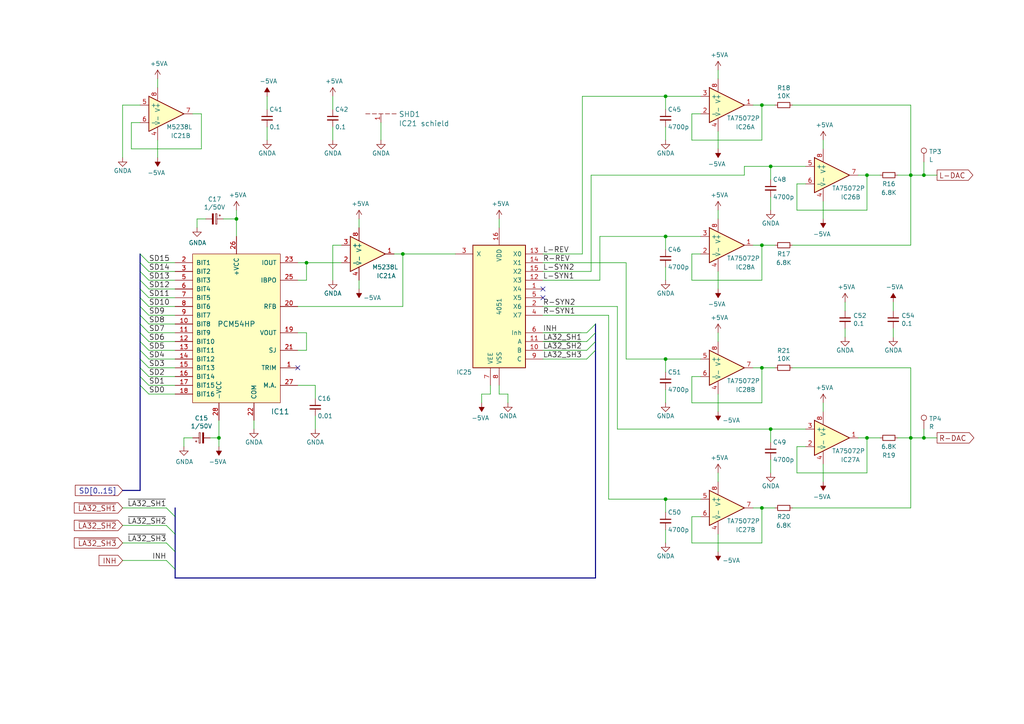
<source format=kicad_sch>
(kicad_sch (version 20211123) (generator eeschema)

  (uuid 9bbfc9f6-2a80-4dea-9ff5-2759035e5aa6)

  (paper "A4")

  (title_block
    (title "LAPC-I Clone")
  )

  (lib_symbols
    (symbol "4xxx:4051" (pin_names (offset 1.016)) (in_bom yes) (on_board yes)
      (property "Reference" "U" (id 0) (at -7.62 19.05 0)
        (effects (font (size 1.27 1.27)))
      )
      (property "Value" "4051" (id 1) (at -7.62 -19.05 0)
        (effects (font (size 1.27 1.27)))
      )
      (property "Footprint" "" (id 2) (at 0 0 0)
        (effects (font (size 1.27 1.27)) hide)
      )
      (property "Datasheet" "http://www.intersil.com/content/dam/Intersil/documents/cd40/cd4051bms-52bms-53bms.pdf" (id 3) (at 0 0 0)
        (effects (font (size 1.27 1.27)) hide)
      )
      (property "ki_locked" "" (id 4) (at 0 0 0)
        (effects (font (size 1.27 1.27)))
      )
      (property "ki_keywords" "CMOS MUX MUX8" (id 5) (at 0 0 0)
        (effects (font (size 1.27 1.27)) hide)
      )
      (property "ki_description" "Analog Multiplexer 8 to 1 lins" (id 6) (at 0 0 0)
        (effects (font (size 1.27 1.27)) hide)
      )
      (property "ki_fp_filters" "DIP?16*" (id 7) (at 0 0 0)
        (effects (font (size 1.27 1.27)) hide)
      )
      (symbol "4051_1_0"
        (pin passive line (at -12.7 5.08 0) (length 5.08)
          (name "X4" (effects (font (size 1.27 1.27))))
          (number "1" (effects (font (size 1.27 1.27))))
        )
        (pin input line (at -12.7 -12.7 0) (length 5.08)
          (name "B" (effects (font (size 1.27 1.27))))
          (number "10" (effects (font (size 1.27 1.27))))
        )
        (pin input line (at -12.7 -10.16 0) (length 5.08)
          (name "A" (effects (font (size 1.27 1.27))))
          (number "11" (effects (font (size 1.27 1.27))))
        )
        (pin passive line (at -12.7 7.62 0) (length 5.08)
          (name "X3" (effects (font (size 1.27 1.27))))
          (number "12" (effects (font (size 1.27 1.27))))
        )
        (pin passive line (at -12.7 15.24 0) (length 5.08)
          (name "X0" (effects (font (size 1.27 1.27))))
          (number "13" (effects (font (size 1.27 1.27))))
        )
        (pin passive line (at -12.7 12.7 0) (length 5.08)
          (name "X1" (effects (font (size 1.27 1.27))))
          (number "14" (effects (font (size 1.27 1.27))))
        )
        (pin passive line (at -12.7 10.16 0) (length 5.08)
          (name "X2" (effects (font (size 1.27 1.27))))
          (number "15" (effects (font (size 1.27 1.27))))
        )
        (pin power_in line (at 0 22.86 270) (length 5.08)
          (name "VDD" (effects (font (size 1.27 1.27))))
          (number "16" (effects (font (size 1.27 1.27))))
        )
        (pin passive line (at -12.7 0 0) (length 5.08)
          (name "X6" (effects (font (size 1.27 1.27))))
          (number "2" (effects (font (size 1.27 1.27))))
        )
        (pin passive line (at 12.7 15.24 180) (length 5.08)
          (name "X" (effects (font (size 1.27 1.27))))
          (number "3" (effects (font (size 1.27 1.27))))
        )
        (pin passive line (at -12.7 -2.54 0) (length 5.08)
          (name "X7" (effects (font (size 1.27 1.27))))
          (number "4" (effects (font (size 1.27 1.27))))
        )
        (pin passive line (at -12.7 2.54 0) (length 5.08)
          (name "X5" (effects (font (size 1.27 1.27))))
          (number "5" (effects (font (size 1.27 1.27))))
        )
        (pin input line (at -12.7 -7.62 0) (length 5.08)
          (name "Inh" (effects (font (size 1.27 1.27))))
          (number "6" (effects (font (size 1.27 1.27))))
        )
        (pin power_in line (at 2.54 -22.86 90) (length 5.08)
          (name "VEE" (effects (font (size 1.27 1.27))))
          (number "7" (effects (font (size 1.27 1.27))))
        )
        (pin power_in line (at 0 -22.86 90) (length 5.08)
          (name "VSS" (effects (font (size 1.27 1.27))))
          (number "8" (effects (font (size 1.27 1.27))))
        )
        (pin input line (at -12.7 -15.24 0) (length 5.08)
          (name "C" (effects (font (size 1.27 1.27))))
          (number "9" (effects (font (size 1.27 1.27))))
        )
      )
      (symbol "4051_1_1"
        (rectangle (start -7.62 17.78) (end 7.62 -17.78)
          (stroke (width 0.254) (type default) (color 0 0 0 0))
          (fill (type background))
        )
      )
    )
    (symbol "Connector:TestPoint" (pin_numbers hide) (pin_names (offset 0.762) hide) (in_bom yes) (on_board yes)
      (property "Reference" "TP" (id 0) (at 0 6.858 0)
        (effects (font (size 1.27 1.27)))
      )
      (property "Value" "TestPoint" (id 1) (at 0 5.08 0)
        (effects (font (size 1.27 1.27)))
      )
      (property "Footprint" "" (id 2) (at 5.08 0 0)
        (effects (font (size 1.27 1.27)) hide)
      )
      (property "Datasheet" "~" (id 3) (at 5.08 0 0)
        (effects (font (size 1.27 1.27)) hide)
      )
      (property "ki_keywords" "test point tp" (id 4) (at 0 0 0)
        (effects (font (size 1.27 1.27)) hide)
      )
      (property "ki_description" "test point" (id 5) (at 0 0 0)
        (effects (font (size 1.27 1.27)) hide)
      )
      (property "ki_fp_filters" "Pin* Test*" (id 6) (at 0 0 0)
        (effects (font (size 1.27 1.27)) hide)
      )
      (symbol "TestPoint_0_1"
        (circle (center 0 3.302) (radius 0.762)
          (stroke (width 0) (type default) (color 0 0 0 0))
          (fill (type none))
        )
      )
      (symbol "TestPoint_1_1"
        (pin passive line (at 0 0 90) (length 2.54)
          (name "1" (effects (font (size 1.27 1.27))))
          (number "1" (effects (font (size 1.27 1.27))))
        )
      )
    )
    (symbol "Device:CP_Small" (pin_numbers hide) (pin_names (offset 0.254) hide) (in_bom yes) (on_board yes)
      (property "Reference" "C" (id 0) (at 0.254 1.778 0)
        (effects (font (size 1.27 1.27)) (justify left))
      )
      (property "Value" "Device_CP_Small" (id 1) (at 0.254 -2.032 0)
        (effects (font (size 1.27 1.27)) (justify left))
      )
      (property "Footprint" "" (id 2) (at 0 0 0)
        (effects (font (size 1.27 1.27)) hide)
      )
      (property "Datasheet" "" (id 3) (at 0 0 0)
        (effects (font (size 1.27 1.27)) hide)
      )
      (property "ki_fp_filters" "CP_*" (id 4) (at 0 0 0)
        (effects (font (size 1.27 1.27)) hide)
      )
      (symbol "CP_Small_0_1"
        (rectangle (start -1.524 -0.3048) (end 1.524 -0.6858)
          (stroke (width 0) (type default) (color 0 0 0 0))
          (fill (type outline))
        )
        (rectangle (start -1.524 0.6858) (end 1.524 0.3048)
          (stroke (width 0) (type default) (color 0 0 0 0))
          (fill (type none))
        )
        (polyline
          (pts
            (xy -1.27 1.524)
            (xy -0.762 1.524)
          )
          (stroke (width 0) (type default) (color 0 0 0 0))
          (fill (type none))
        )
        (polyline
          (pts
            (xy -1.016 1.27)
            (xy -1.016 1.778)
          )
          (stroke (width 0) (type default) (color 0 0 0 0))
          (fill (type none))
        )
      )
      (symbol "CP_Small_1_1"
        (pin passive line (at 0 2.54 270) (length 1.8542)
          (name "~" (effects (font (size 1.27 1.27))))
          (number "1" (effects (font (size 1.27 1.27))))
        )
        (pin passive line (at 0 -2.54 90) (length 1.8542)
          (name "~" (effects (font (size 1.27 1.27))))
          (number "2" (effects (font (size 1.27 1.27))))
        )
      )
    )
    (symbol "Device:C_Small" (pin_numbers hide) (pin_names (offset 0.254) hide) (in_bom yes) (on_board yes)
      (property "Reference" "C" (id 0) (at 0.254 1.778 0)
        (effects (font (size 1.27 1.27)) (justify left))
      )
      (property "Value" "C_Small" (id 1) (at 0.254 -2.032 0)
        (effects (font (size 1.27 1.27)) (justify left))
      )
      (property "Footprint" "" (id 2) (at 0 0 0)
        (effects (font (size 1.27 1.27)) hide)
      )
      (property "Datasheet" "~" (id 3) (at 0 0 0)
        (effects (font (size 1.27 1.27)) hide)
      )
      (property "ki_keywords" "capacitor cap" (id 4) (at 0 0 0)
        (effects (font (size 1.27 1.27)) hide)
      )
      (property "ki_description" "Unpolarized capacitor, small symbol" (id 5) (at 0 0 0)
        (effects (font (size 1.27 1.27)) hide)
      )
      (property "ki_fp_filters" "C_*" (id 6) (at 0 0 0)
        (effects (font (size 1.27 1.27)) hide)
      )
      (symbol "C_Small_0_1"
        (polyline
          (pts
            (xy -1.524 -0.508)
            (xy 1.524 -0.508)
          )
          (stroke (width 0.3302) (type default) (color 0 0 0 0))
          (fill (type none))
        )
        (polyline
          (pts
            (xy -1.524 0.508)
            (xy 1.524 0.508)
          )
          (stroke (width 0.3048) (type default) (color 0 0 0 0))
          (fill (type none))
        )
      )
      (symbol "C_Small_1_1"
        (pin passive line (at 0 2.54 270) (length 2.032)
          (name "~" (effects (font (size 1.27 1.27))))
          (number "1" (effects (font (size 1.27 1.27))))
        )
        (pin passive line (at 0 -2.54 90) (length 2.032)
          (name "~" (effects (font (size 1.27 1.27))))
          (number "2" (effects (font (size 1.27 1.27))))
        )
      )
    )
    (symbol "Device:R_Small" (pin_numbers hide) (pin_names (offset 0.254) hide) (in_bom yes) (on_board yes)
      (property "Reference" "R" (id 0) (at 0.762 0.508 0)
        (effects (font (size 1.27 1.27)) (justify left))
      )
      (property "Value" "R_Small" (id 1) (at 0.762 -1.016 0)
        (effects (font (size 1.27 1.27)) (justify left))
      )
      (property "Footprint" "" (id 2) (at 0 0 0)
        (effects (font (size 1.27 1.27)) hide)
      )
      (property "Datasheet" "~" (id 3) (at 0 0 0)
        (effects (font (size 1.27 1.27)) hide)
      )
      (property "ki_keywords" "R resistor" (id 4) (at 0 0 0)
        (effects (font (size 1.27 1.27)) hide)
      )
      (property "ki_description" "Resistor, small symbol" (id 5) (at 0 0 0)
        (effects (font (size 1.27 1.27)) hide)
      )
      (property "ki_fp_filters" "R_*" (id 6) (at 0 0 0)
        (effects (font (size 1.27 1.27)) hide)
      )
      (symbol "R_Small_0_1"
        (rectangle (start -0.762 1.778) (end 0.762 -1.778)
          (stroke (width 0.2032) (type default) (color 0 0 0 0))
          (fill (type none))
        )
      )
      (symbol "R_Small_1_1"
        (pin passive line (at 0 2.54 270) (length 0.762)
          (name "~" (effects (font (size 1.27 1.27))))
          (number "1" (effects (font (size 1.27 1.27))))
        )
        (pin passive line (at 0 -2.54 90) (length 0.762)
          (name "~" (effects (font (size 1.27 1.27))))
          (number "2" (effects (font (size 1.27 1.27))))
        )
      )
    )
    (symbol "lapci_clone:M5238L" (in_bom yes) (on_board yes)
      (property "Reference" "U" (id 0) (at 0 5.08 0)
        (effects (font (size 1.27 1.27)) (justify left))
      )
      (property "Value" "M5238L" (id 1) (at 0 -5.08 0)
        (effects (font (size 1.27 1.27)) (justify left))
      )
      (property "Footprint" "Package_SIP:SIP-8_19x3mm_P2.54mm" (id 2) (at -1.27 2.54 0)
        (effects (font (size 1.27 1.27)) hide)
      )
      (property "Datasheet" "" (id 3) (at 1.27 5.08 0)
        (effects (font (size 1.27 1.27)) hide)
      )
      (symbol "M5238L_0_1"
        (polyline
          (pts
            (xy -5.08 5.08)
            (xy 5.08 0)
            (xy -5.08 -5.08)
            (xy -5.08 5.08)
          )
          (stroke (width 0.254) (type default) (color 0 0 0 0))
          (fill (type background))
        )
        (pin power_in line (at -2.54 -7.62 90) (length 3.81)
          (name "V-" (effects (font (size 1.27 1.27))))
          (number "4" (effects (font (size 1.27 1.27))))
        )
        (pin power_in line (at -2.54 7.62 270) (length 3.81)
          (name "V+" (effects (font (size 1.27 1.27))))
          (number "8" (effects (font (size 1.27 1.27))))
        )
      )
      (symbol "M5238L_1_1"
        (pin output line (at 7.62 0 180) (length 2.54)
          (name "~" (effects (font (size 1.27 1.27))))
          (number "1" (effects (font (size 1.27 1.27))))
        )
        (pin input line (at -7.62 -2.54 0) (length 2.54)
          (name "-" (effects (font (size 1.27 1.27))))
          (number "2" (effects (font (size 1.27 1.27))))
        )
        (pin input line (at -7.62 2.54 0) (length 2.54)
          (name "+" (effects (font (size 1.27 1.27))))
          (number "3" (effects (font (size 1.27 1.27))))
        )
      )
      (symbol "M5238L_2_1"
        (pin input line (at -7.62 2.54 0) (length 2.54)
          (name "+" (effects (font (size 1.27 1.27))))
          (number "5" (effects (font (size 1.27 1.27))))
        )
        (pin input line (at -7.62 -2.54 0) (length 2.54)
          (name "-" (effects (font (size 1.27 1.27))))
          (number "6" (effects (font (size 1.27 1.27))))
        )
        (pin output line (at 7.62 0 180) (length 2.54)
          (name "~" (effects (font (size 1.27 1.27))))
          (number "7" (effects (font (size 1.27 1.27))))
        )
      )
    )
    (symbol "lapci_clone:PCM54HP" (pin_names (offset 1.016)) (in_bom yes) (on_board yes)
      (property "Reference" "U" (id 0) (at 12.7 -25.4 0)
        (effects (font (size 1.524 1.524)))
      )
      (property "Value" "PCM54HP" (id 1) (at 0 0 0)
        (effects (font (size 1.524 1.524)))
      )
      (property "Footprint" "" (id 2) (at 0 0 0)
        (effects (font (size 1.524 1.524)) hide)
      )
      (property "Datasheet" "" (id 3) (at 0 0 0)
        (effects (font (size 1.524 1.524)) hide)
      )
      (symbol "PCM54HP_0_1"
        (rectangle (start -12.7 20.32) (end 12.7 -22.86)
          (stroke (width 0) (type default) (color 0 0 0 0))
          (fill (type background))
        )
      )
      (symbol "PCM54HP_1_1"
        (pin passive line (at 17.78 -12.7 180) (length 5.08)
          (name "TRIM" (effects (font (size 1.27 1.27))))
          (number "1" (effects (font (size 1.27 1.27))))
        )
        (pin input line (at -17.78 0 0) (length 5.08)
          (name "BIT8" (effects (font (size 1.27 1.27))))
          (number "10" (effects (font (size 1.27 1.27))))
        )
        (pin input line (at -17.78 -2.54 0) (length 5.08)
          (name "BIT9" (effects (font (size 1.27 1.27))))
          (number "11" (effects (font (size 1.27 1.27))))
        )
        (pin input line (at -17.78 -5.08 0) (length 5.08)
          (name "BIT10" (effects (font (size 1.27 1.27))))
          (number "12" (effects (font (size 1.27 1.27))))
        )
        (pin input line (at -17.78 -7.62 0) (length 5.08)
          (name "BIT11" (effects (font (size 1.27 1.27))))
          (number "13" (effects (font (size 1.27 1.27))))
        )
        (pin input line (at -17.78 -10.16 0) (length 5.08)
          (name "BIT12" (effects (font (size 1.27 1.27))))
          (number "14" (effects (font (size 1.27 1.27))))
        )
        (pin input line (at -17.78 -12.7 0) (length 5.08)
          (name "BIT13" (effects (font (size 1.27 1.27))))
          (number "15" (effects (font (size 1.27 1.27))))
        )
        (pin input line (at -17.78 -15.24 0) (length 5.08)
          (name "BIT14" (effects (font (size 1.27 1.27))))
          (number "16" (effects (font (size 1.27 1.27))))
        )
        (pin input line (at -17.78 -17.78 0) (length 5.08)
          (name "BIT15" (effects (font (size 1.27 1.27))))
          (number "17" (effects (font (size 1.27 1.27))))
        )
        (pin input line (at -17.78 -20.32 0) (length 5.08)
          (name "BIT16" (effects (font (size 1.27 1.27))))
          (number "18" (effects (font (size 1.27 1.27))))
        )
        (pin passive line (at 17.78 -2.54 180) (length 5.08)
          (name "VOUT" (effects (font (size 1.27 1.27))))
          (number "19" (effects (font (size 1.27 1.27))))
        )
        (pin input line (at -17.78 17.78 0) (length 5.08)
          (name "BIT1" (effects (font (size 1.27 1.27))))
          (number "2" (effects (font (size 1.27 1.27))))
        )
        (pin passive line (at 17.78 5.08 180) (length 5.08)
          (name "RFB" (effects (font (size 1.27 1.27))))
          (number "20" (effects (font (size 1.27 1.27))))
        )
        (pin passive line (at 17.78 -7.62 180) (length 5.08)
          (name "SJ" (effects (font (size 1.27 1.27))))
          (number "21" (effects (font (size 1.27 1.27))))
        )
        (pin power_in line (at 5.08 -27.94 90) (length 5.08)
          (name "COM" (effects (font (size 1.27 1.27))))
          (number "22" (effects (font (size 1.27 1.27))))
        )
        (pin passive line (at 17.78 17.78 180) (length 5.08)
          (name "IOUT" (effects (font (size 1.27 1.27))))
          (number "23" (effects (font (size 1.27 1.27))))
        )
        (pin no_connect line (at -2.54 -10.16 0) (length 5.08) hide
          (name "NC" (effects (font (size 1.27 1.27))))
          (number "24" (effects (font (size 1.27 1.27))))
        )
        (pin passive line (at 17.78 12.7 180) (length 5.08)
          (name "IBPO" (effects (font (size 1.27 1.27))))
          (number "25" (effects (font (size 1.27 1.27))))
        )
        (pin power_in line (at 0 25.4 270) (length 5.08)
          (name "+VCC" (effects (font (size 1.27 1.27))))
          (number "26" (effects (font (size 1.27 1.27))))
        )
        (pin passive line (at 17.78 -17.78 180) (length 5.08)
          (name "M.A." (effects (font (size 1.27 1.27))))
          (number "27" (effects (font (size 1.27 1.27))))
        )
        (pin power_in line (at -5.08 -27.94 90) (length 5.08)
          (name "-VCC" (effects (font (size 1.27 1.27))))
          (number "28" (effects (font (size 1.27 1.27))))
        )
        (pin input line (at -17.78 15.24 0) (length 5.08)
          (name "BIT2" (effects (font (size 1.27 1.27))))
          (number "3" (effects (font (size 1.27 1.27))))
        )
        (pin no_connect line (at -2.54 -7.62 0) (length 5.08) hide
          (name "NC" (effects (font (size 1.27 1.27))))
          (number "4" (effects (font (size 1.27 1.27))))
        )
        (pin input line (at -17.78 12.7 0) (length 5.08)
          (name "BIT3" (effects (font (size 1.27 1.27))))
          (number "5" (effects (font (size 1.27 1.27))))
        )
        (pin input line (at -17.78 10.16 0) (length 5.08)
          (name "BIT4" (effects (font (size 1.27 1.27))))
          (number "6" (effects (font (size 1.27 1.27))))
        )
        (pin input line (at -17.78 7.62 0) (length 5.08)
          (name "BIT5" (effects (font (size 1.27 1.27))))
          (number "7" (effects (font (size 1.27 1.27))))
        )
        (pin input line (at -17.78 5.08 0) (length 5.08)
          (name "BIT6" (effects (font (size 1.27 1.27))))
          (number "8" (effects (font (size 1.27 1.27))))
        )
        (pin input line (at -17.78 2.54 0) (length 5.08)
          (name "BIT7" (effects (font (size 1.27 1.27))))
          (number "9" (effects (font (size 1.27 1.27))))
        )
      )
    )
    (symbol "lapci_clone:Schield_pin1" (pin_names (offset 1.016)) (in_bom yes) (on_board yes)
      (property "Reference" "SHD" (id 0) (at -5.08 -1.905 0)
        (effects (font (size 1.524 1.524)))
      )
      (property "Value" "Schield_pin1" (id 1) (at 0 1.905 0)
        (effects (font (size 1.524 1.524)))
      )
      (property "Footprint" "lapci_clone:schield_sip8_pin1" (id 2) (at 0 0 0)
        (effects (font (size 1.524 1.524)) hide)
      )
      (property "Datasheet" "" (id 3) (at 0 0 0)
        (effects (font (size 1.524 1.524)) hide)
      )
      (symbol "Schield_pin1_0_1"
        (polyline
          (pts
            (xy -0.635 0)
            (xy 0.635 0)
          )
          (stroke (width 0) (type default) (color 0 0 0 0))
          (fill (type none))
        )
        (polyline
          (pts
            (xy 1.27 0)
            (xy 2.54 0)
          )
          (stroke (width 0) (type default) (color 0 0 0 0))
          (fill (type none))
        )
      )
      (symbol "Schield_pin1_1_1"
        (polyline
          (pts
            (xy -4.445 0)
            (xy -3.175 0)
          )
          (stroke (width 0) (type default) (color 0 0 0 0))
          (fill (type none))
        )
        (polyline
          (pts
            (xy -2.54 0)
            (xy -1.27 0)
          )
          (stroke (width 0) (type default) (color 0 0 0 0))
          (fill (type none))
        )
        (polyline
          (pts
            (xy 3.175 0)
            (xy 4.445 0)
          )
          (stroke (width 0) (type default) (color 0 0 0 0))
          (fill (type none))
        )
        (pin passive line (at 0 -2.54 90) (length 2.54)
          (name "~" (effects (font (size 1.27 1.27))))
          (number "1" (effects (font (size 1.27 1.27))))
        )
      )
    )
    (symbol "lapci_clone:TA75072P" (in_bom yes) (on_board yes)
      (property "Reference" "U" (id 0) (at 0 5.08 0)
        (effects (font (size 1.27 1.27)) (justify left))
      )
      (property "Value" "TA75072P" (id 1) (at 0 -5.08 0)
        (effects (font (size 1.27 1.27)) (justify left))
      )
      (property "Footprint" "Package_DIP:DIP-8_W7.62mm" (id 2) (at -1.27 2.54 0)
        (effects (font (size 1.27 1.27)) hide)
      )
      (property "Datasheet" "" (id 3) (at 1.27 5.08 0)
        (effects (font (size 1.27 1.27)) hide)
      )
      (symbol "TA75072P_0_1"
        (polyline
          (pts
            (xy -5.08 5.08)
            (xy 5.08 0)
            (xy -5.08 -5.08)
            (xy -5.08 5.08)
          )
          (stroke (width 0.254) (type default) (color 0 0 0 0))
          (fill (type background))
        )
        (pin power_in line (at -2.54 -7.62 90) (length 3.81)
          (name "V-" (effects (font (size 1.27 1.27))))
          (number "4" (effects (font (size 1.27 1.27))))
        )
        (pin power_in line (at -2.54 7.62 270) (length 3.81)
          (name "V+" (effects (font (size 1.27 1.27))))
          (number "8" (effects (font (size 1.27 1.27))))
        )
      )
      (symbol "TA75072P_1_1"
        (pin output line (at 7.62 0 180) (length 2.54)
          (name "~" (effects (font (size 1.27 1.27))))
          (number "1" (effects (font (size 1.27 1.27))))
        )
        (pin input line (at -7.62 -2.54 0) (length 2.54)
          (name "-" (effects (font (size 1.27 1.27))))
          (number "2" (effects (font (size 1.27 1.27))))
        )
        (pin input line (at -7.62 2.54 0) (length 2.54)
          (name "+" (effects (font (size 1.27 1.27))))
          (number "3" (effects (font (size 1.27 1.27))))
        )
      )
      (symbol "TA75072P_2_1"
        (pin input line (at -7.62 2.54 0) (length 2.54)
          (name "+" (effects (font (size 1.27 1.27))))
          (number "5" (effects (font (size 1.27 1.27))))
        )
        (pin input line (at -7.62 -2.54 0) (length 2.54)
          (name "-" (effects (font (size 1.27 1.27))))
          (number "6" (effects (font (size 1.27 1.27))))
        )
        (pin output line (at 7.62 0 180) (length 2.54)
          (name "~" (effects (font (size 1.27 1.27))))
          (number "7" (effects (font (size 1.27 1.27))))
        )
      )
    )
    (symbol "power:+5VA" (power) (pin_names (offset 0)) (in_bom yes) (on_board yes)
      (property "Reference" "#PWR" (id 0) (at 0 -3.81 0)
        (effects (font (size 1.27 1.27)) hide)
      )
      (property "Value" "+5VA" (id 1) (at 0 3.556 0)
        (effects (font (size 1.27 1.27)))
      )
      (property "Footprint" "" (id 2) (at 0 0 0)
        (effects (font (size 1.27 1.27)) hide)
      )
      (property "Datasheet" "" (id 3) (at 0 0 0)
        (effects (font (size 1.27 1.27)) hide)
      )
      (property "ki_keywords" "power-flag" (id 4) (at 0 0 0)
        (effects (font (size 1.27 1.27)) hide)
      )
      (property "ki_description" "Power symbol creates a global label with name \"+5VA\"" (id 5) (at 0 0 0)
        (effects (font (size 1.27 1.27)) hide)
      )
      (symbol "+5VA_0_1"
        (polyline
          (pts
            (xy -0.762 1.27)
            (xy 0 2.54)
          )
          (stroke (width 0) (type default) (color 0 0 0 0))
          (fill (type none))
        )
        (polyline
          (pts
            (xy 0 0)
            (xy 0 2.54)
          )
          (stroke (width 0) (type default) (color 0 0 0 0))
          (fill (type none))
        )
        (polyline
          (pts
            (xy 0 2.54)
            (xy 0.762 1.27)
          )
          (stroke (width 0) (type default) (color 0 0 0 0))
          (fill (type none))
        )
      )
      (symbol "+5VA_1_1"
        (pin power_in line (at 0 0 90) (length 0) hide
          (name "+5VA" (effects (font (size 1.27 1.27))))
          (number "1" (effects (font (size 1.27 1.27))))
        )
      )
    )
    (symbol "power:-5VA" (power) (pin_names (offset 0)) (in_bom yes) (on_board yes)
      (property "Reference" "#PWR" (id 0) (at 0 2.54 0)
        (effects (font (size 1.27 1.27)) hide)
      )
      (property "Value" "-5VA" (id 1) (at 0 3.81 0)
        (effects (font (size 1.27 1.27)))
      )
      (property "Footprint" "" (id 2) (at 0 0 0)
        (effects (font (size 1.27 1.27)) hide)
      )
      (property "Datasheet" "" (id 3) (at 0 0 0)
        (effects (font (size 1.27 1.27)) hide)
      )
      (property "ki_keywords" "power-flag" (id 4) (at 0 0 0)
        (effects (font (size 1.27 1.27)) hide)
      )
      (property "ki_description" "Power symbol creates a global label with name \"-5VA\"" (id 5) (at 0 0 0)
        (effects (font (size 1.27 1.27)) hide)
      )
      (symbol "-5VA_0_0"
        (pin power_in line (at 0 0 90) (length 0) hide
          (name "-5VA" (effects (font (size 1.27 1.27))))
          (number "1" (effects (font (size 1.27 1.27))))
        )
      )
      (symbol "-5VA_0_1"
        (polyline
          (pts
            (xy 0 0)
            (xy 0 1.27)
            (xy 0.762 1.27)
            (xy 0 2.54)
            (xy -0.762 1.27)
            (xy 0 1.27)
          )
          (stroke (width 0) (type default) (color 0 0 0 0))
          (fill (type outline))
        )
      )
    )
    (symbol "power:GNDA" (power) (pin_names (offset 0)) (in_bom yes) (on_board yes)
      (property "Reference" "#PWR" (id 0) (at 0 -6.35 0)
        (effects (font (size 1.27 1.27)) hide)
      )
      (property "Value" "GNDA" (id 1) (at 0 -3.81 0)
        (effects (font (size 1.27 1.27)))
      )
      (property "Footprint" "" (id 2) (at 0 0 0)
        (effects (font (size 1.27 1.27)) hide)
      )
      (property "Datasheet" "" (id 3) (at 0 0 0)
        (effects (font (size 1.27 1.27)) hide)
      )
      (property "ki_keywords" "power-flag" (id 4) (at 0 0 0)
        (effects (font (size 1.27 1.27)) hide)
      )
      (property "ki_description" "Power symbol creates a global label with name \"GNDA\" , analog ground" (id 5) (at 0 0 0)
        (effects (font (size 1.27 1.27)) hide)
      )
      (symbol "GNDA_0_1"
        (polyline
          (pts
            (xy 0 0)
            (xy 0 -1.27)
            (xy 1.27 -1.27)
            (xy 0 -2.54)
            (xy -1.27 -1.27)
            (xy 0 -1.27)
          )
          (stroke (width 0) (type default) (color 0 0 0 0))
          (fill (type none))
        )
      )
      (symbol "GNDA_1_1"
        (pin power_in line (at 0 0 270) (length 0) hide
          (name "GNDA" (effects (font (size 1.27 1.27))))
          (number "1" (effects (font (size 1.27 1.27))))
        )
      )
    )
  )

  (junction (at 193.04 104.14) (diameter 0) (color 0 0 0 0)
    (uuid 09446760-860d-46e4-a2cb-b4efb2197664)
  )
  (junction (at 223.52 48.26) (diameter 0) (color 0 0 0 0)
    (uuid 0e6865fe-4e04-44c2-874d-f26c6b58e9dd)
  )
  (junction (at 63.5 127) (diameter 0) (color 0 0 0 0)
    (uuid 2418aed3-fab0-4ebf-be99-31f25345da31)
  )
  (junction (at 251.46 127) (diameter 0) (color 0 0 0 0)
    (uuid 3234a86c-96a3-4c56-805c-943fb18854fb)
  )
  (junction (at 193.04 144.78) (diameter 0) (color 0 0 0 0)
    (uuid 6489fbbd-1bc4-4ea3-ab88-9e537d0c503b)
  )
  (junction (at 264.16 50.8) (diameter 0) (color 0 0 0 0)
    (uuid 68b1cfb0-f603-4a17-a333-c498c12b2e4f)
  )
  (junction (at 220.98 106.68) (diameter 0) (color 0 0 0 0)
    (uuid 68d5716c-39ed-4b45-ac19-32a5be0d9a55)
  )
  (junction (at 193.04 27.94) (diameter 0) (color 0 0 0 0)
    (uuid 6a8b8413-8e59-4e68-a535-8f5e8b45f9c3)
  )
  (junction (at 223.52 124.46) (diameter 0) (color 0 0 0 0)
    (uuid 75ba5b33-e060-4096-9e03-9e491baa032d)
  )
  (junction (at 251.46 50.8) (diameter 0) (color 0 0 0 0)
    (uuid 7b52fe8c-70c2-40ad-a3fc-6605c636d0aa)
  )
  (junction (at 220.98 30.48) (diameter 0) (color 0 0 0 0)
    (uuid 7ddf1699-d6ad-4845-a07e-3473cde5e6f7)
  )
  (junction (at 264.16 127) (diameter 0) (color 0 0 0 0)
    (uuid 8eafe96b-e358-4fb5-a4aa-165e62856b90)
  )
  (junction (at 193.04 68.58) (diameter 0) (color 0 0 0 0)
    (uuid 9f1c6574-d23a-419e-b919-1dc55a0404ca)
  )
  (junction (at 267.97 50.8) (diameter 0) (color 0 0 0 0)
    (uuid adae0e75-68d2-4a2b-98da-d0b9556bd126)
  )
  (junction (at 220.98 71.12) (diameter 0) (color 0 0 0 0)
    (uuid b9f7803b-2d1f-4d54-9314-0bb75d4d2a99)
  )
  (junction (at 220.98 147.32) (diameter 0) (color 0 0 0 0)
    (uuid cddc9cef-9af1-487a-a149-58cdefb033b4)
  )
  (junction (at 267.97 127) (diameter 0) (color 0 0 0 0)
    (uuid d3a64311-031c-492b-817d-d8c8c6fedbb6)
  )
  (junction (at 88.9 76.2) (diameter 0) (color 0 0 0 0)
    (uuid fa2a5346-d622-407d-8ea5-af43140584bc)
  )
  (junction (at 68.58 63.5) (diameter 0) (color 0 0 0 0)
    (uuid fa731abd-5343-4a3a-97a6-2fafda7929ea)
  )
  (junction (at 116.84 73.66) (diameter 0) (color 0 0 0 0)
    (uuid fa95aa83-2b8d-4500-b597-eb1e65e745bd)
  )

  (no_connect (at 157.48 86.36) (uuid 2223eeb5-aa83-44a0-a53a-f71aacabab9c))
  (no_connect (at 157.48 83.82) (uuid 2f1a67f5-44b6-4eb7-b122-776c3e081dbc))
  (no_connect (at 86.36 106.68) (uuid cb9df0ef-ece0-455c-bce6-7041640241fe))

  (bus_entry (at 40.64 93.98) (size 2.54 2.54)
    (stroke (width 0) (type default) (color 0 0 0 0))
    (uuid 1e153892-978d-4400-8801-39c4a5561d8b)
  )
  (bus_entry (at 40.64 106.68) (size 2.54 2.54)
    (stroke (width 0) (type default) (color 0 0 0 0))
    (uuid 25f3023a-0b40-4b57-b672-1aea8836d4eb)
  )
  (bus_entry (at 48.26 162.56) (size 2.54 2.54)
    (stroke (width 0) (type default) (color 0 0 0 0))
    (uuid 2d950027-8eed-46d2-abb8-2762744219c2)
  )
  (bus_entry (at 48.26 147.32) (size 2.54 2.54)
    (stroke (width 0) (type default) (color 0 0 0 0))
    (uuid 43d1f199-f4ee-4683-993f-3ccce3985416)
  )
  (bus_entry (at 40.64 104.14) (size 2.54 2.54)
    (stroke (width 0) (type default) (color 0 0 0 0))
    (uuid 453a77ad-fac0-4cd4-9fca-6e04f8cfa3e5)
  )
  (bus_entry (at 172.72 99.06) (size -2.54 2.54)
    (stroke (width 0) (type default) (color 0 0 0 0))
    (uuid 4e73f602-ec3e-4ba0-bf5b-e2ed95cca693)
  )
  (bus_entry (at 40.64 78.74) (size 2.54 2.54)
    (stroke (width 0) (type default) (color 0 0 0 0))
    (uuid 5879090f-e6ed-48e6-a17d-670ffa2c5461)
  )
  (bus_entry (at 40.64 101.6) (size 2.54 2.54)
    (stroke (width 0) (type default) (color 0 0 0 0))
    (uuid 5d0be09d-133e-4cac-b0d8-fd336835cc6c)
  )
  (bus_entry (at 40.64 86.36) (size 2.54 2.54)
    (stroke (width 0) (type default) (color 0 0 0 0))
    (uuid 649e27c1-a08d-4446-a16b-cdabdc592f17)
  )
  (bus_entry (at 40.64 96.52) (size 2.54 2.54)
    (stroke (width 0) (type default) (color 0 0 0 0))
    (uuid 660190eb-2890-4958-8da2-d63590e8e03c)
  )
  (bus_entry (at 40.64 83.82) (size 2.54 2.54)
    (stroke (width 0) (type default) (color 0 0 0 0))
    (uuid 6f172490-e7c3-45a0-aafa-f94d5c12df3c)
  )
  (bus_entry (at 40.64 88.9) (size 2.54 2.54)
    (stroke (width 0) (type default) (color 0 0 0 0))
    (uuid 783d99f0-9b1b-482f-8119-337c4a520061)
  )
  (bus_entry (at 40.64 91.44) (size 2.54 2.54)
    (stroke (width 0) (type default) (color 0 0 0 0))
    (uuid 8967a184-9ee6-4ceb-8e38-09ca452dd23c)
  )
  (bus_entry (at 40.64 73.66) (size 2.54 2.54)
    (stroke (width 0) (type default) (color 0 0 0 0))
    (uuid b04080e5-2876-4809-b8eb-6b6d5549c662)
  )
  (bus_entry (at 40.64 109.22) (size 2.54 2.54)
    (stroke (width 0) (type default) (color 0 0 0 0))
    (uuid b217b8c4-9da3-40f9-a62d-8788048abf37)
  )
  (bus_entry (at 40.64 111.76) (size 2.54 2.54)
    (stroke (width 0) (type default) (color 0 0 0 0))
    (uuid b85d8111-c66c-4649-8ef3-173324d8dc2f)
  )
  (bus_entry (at 40.64 81.28) (size 2.54 2.54)
    (stroke (width 0) (type default) (color 0 0 0 0))
    (uuid c92ed306-89e5-432e-9a6e-eb8c5772ee7a)
  )
  (bus_entry (at 172.72 93.98) (size -2.54 2.54)
    (stroke (width 0) (type default) (color 0 0 0 0))
    (uuid cb0f55e2-3db9-424f-95d5-cc3e943c6710)
  )
  (bus_entry (at 172.72 96.52) (size -2.54 2.54)
    (stroke (width 0) (type default) (color 0 0 0 0))
    (uuid cc576a5e-88e5-4abe-8854-daea569a0ede)
  )
  (bus_entry (at 172.72 101.6) (size -2.54 2.54)
    (stroke (width 0) (type default) (color 0 0 0 0))
    (uuid cfcf83b1-0e49-4dd8-a896-3cd24e007c9e)
  )
  (bus_entry (at 48.26 157.48) (size 2.54 2.54)
    (stroke (width 0) (type default) (color 0 0 0 0))
    (uuid dca3b52c-6cfb-46fe-8a89-560fb218906c)
  )
  (bus_entry (at 48.26 152.4) (size 2.54 2.54)
    (stroke (width 0) (type default) (color 0 0 0 0))
    (uuid e239469c-9034-4436-88b6-92607b1872a3)
  )
  (bus_entry (at 40.64 76.2) (size 2.54 2.54)
    (stroke (width 0) (type default) (color 0 0 0 0))
    (uuid e23e042d-8f92-4013-8975-7e4b18e4c81f)
  )
  (bus_entry (at 40.64 99.06) (size 2.54 2.54)
    (stroke (width 0) (type default) (color 0 0 0 0))
    (uuid ff5ead9b-37b8-4bc9-9ac4-39775f57c6cf)
  )

  (wire (pts (xy 220.98 116.84) (xy 220.98 106.68))
    (stroke (width 0) (type default) (color 0 0 0 0))
    (uuid 01f83146-4808-4dce-868e-509173e2f2d2)
  )
  (wire (pts (xy 248.92 50.8) (xy 251.46 50.8))
    (stroke (width 0) (type default) (color 0 0 0 0))
    (uuid 02c7928f-d09e-4c42-87ef-b558687617a0)
  )
  (wire (pts (xy 40.64 35.56) (xy 38.1 35.56))
    (stroke (width 0) (type default) (color 0 0 0 0))
    (uuid 0862a9b0-7459-4a5b-8ff5-5feddf0d18fe)
  )
  (wire (pts (xy 170.18 104.14) (xy 157.48 104.14))
    (stroke (width 0) (type default) (color 0 0 0 0))
    (uuid 09526a0f-66b4-4763-b3df-6bad533d60b5)
  )
  (wire (pts (xy 220.98 40.64) (xy 220.98 30.48))
    (stroke (width 0) (type default) (color 0 0 0 0))
    (uuid 0aed48c5-a79a-4a41-bde0-89e9736637c1)
  )
  (wire (pts (xy 208.28 137.16) (xy 208.28 139.7))
    (stroke (width 0) (type default) (color 0 0 0 0))
    (uuid 0bedad37-3e3c-4266-b4c1-07c7e3d0463e)
  )
  (bus (pts (xy 40.64 93.98) (xy 40.64 96.52))
    (stroke (width 0) (type default) (color 0 0 0 0))
    (uuid 0c29f491-5924-4169-8f98-52253b9631e7)
  )

  (wire (pts (xy 200.66 116.84) (xy 220.98 116.84))
    (stroke (width 0) (type default) (color 0 0 0 0))
    (uuid 0c7dd312-a329-45c9-b655-54816fe7a0d8)
  )
  (bus (pts (xy 50.8 149.86) (xy 50.8 154.94))
    (stroke (width 0) (type default) (color 0 0 0 0))
    (uuid 0c8de49f-64be-42ac-a7f4-5a3908664434)
  )

  (wire (pts (xy 157.48 99.06) (xy 170.18 99.06))
    (stroke (width 0) (type default) (color 0 0 0 0))
    (uuid 0ceef4c0-1081-4e21-b370-88a8d72ec333)
  )
  (wire (pts (xy 231.14 137.16) (xy 251.46 137.16))
    (stroke (width 0) (type default) (color 0 0 0 0))
    (uuid 0ddd913a-01fd-481e-b154-5f1b5423e9cd)
  )
  (wire (pts (xy 170.18 101.6) (xy 157.48 101.6))
    (stroke (width 0) (type default) (color 0 0 0 0))
    (uuid 0e3aa148-4292-4380-9408-1e897be8da4f)
  )
  (wire (pts (xy 43.18 111.76) (xy 50.8 111.76))
    (stroke (width 0) (type default) (color 0 0 0 0))
    (uuid 0e4017fd-02b7-4b3e-b764-397cfccac2d2)
  )
  (wire (pts (xy 63.5 127) (xy 63.5 129.54))
    (stroke (width 0) (type default) (color 0 0 0 0))
    (uuid 0f426fa1-fc2f-405a-ad53-6e830f7ee04b)
  )
  (wire (pts (xy 116.84 73.66) (xy 116.84 88.9))
    (stroke (width 0) (type default) (color 0 0 0 0))
    (uuid 10d3aed9-3207-41eb-9bd0-983b84fe7dc7)
  )
  (wire (pts (xy 238.76 58.42) (xy 238.76 63.5))
    (stroke (width 0) (type default) (color 0 0 0 0))
    (uuid 1292b9fb-45f9-4291-9d3e-a52497cdea91)
  )
  (wire (pts (xy 45.72 40.64) (xy 45.72 45.72))
    (stroke (width 0) (type default) (color 0 0 0 0))
    (uuid 146b4319-9474-44ef-b1d5-69dbae1dd3b4)
  )
  (wire (pts (xy 264.16 50.8) (xy 264.16 71.12))
    (stroke (width 0) (type default) (color 0 0 0 0))
    (uuid 1773d560-d7f1-4884-a909-1c8383179166)
  )
  (wire (pts (xy 203.2 33.02) (xy 200.66 33.02))
    (stroke (width 0) (type default) (color 0 0 0 0))
    (uuid 1a15fd52-148b-4d62-9349-832a33a996d2)
  )
  (wire (pts (xy 142.24 114.3) (xy 139.7 114.3))
    (stroke (width 0) (type default) (color 0 0 0 0))
    (uuid 1d4ec9d6-b4f1-4935-a655-c469bc01feb9)
  )
  (wire (pts (xy 193.04 148.59) (xy 193.04 144.78))
    (stroke (width 0) (type default) (color 0 0 0 0))
    (uuid 1e6b4bb3-3eca-4d8f-9fee-303ed579a46d)
  )
  (wire (pts (xy 245.11 87.63) (xy 245.11 90.17))
    (stroke (width 0) (type default) (color 0 0 0 0))
    (uuid 1eff450e-d239-4e31-9c3f-596e83e33a69)
  )
  (wire (pts (xy 43.18 83.82) (xy 50.8 83.82))
    (stroke (width 0) (type default) (color 0 0 0 0))
    (uuid 206ace7c-6dae-4c64-b30f-758119e57387)
  )
  (wire (pts (xy 200.66 40.64) (xy 220.98 40.64))
    (stroke (width 0) (type default) (color 0 0 0 0))
    (uuid 21fe1bc1-d1c8-4902-93fe-7cb124f6bf69)
  )
  (wire (pts (xy 200.66 33.02) (xy 200.66 40.64))
    (stroke (width 0) (type default) (color 0 0 0 0))
    (uuid 231482ff-1119-4860-be3c-5d6a4f33d8bb)
  )
  (wire (pts (xy 208.28 38.1) (xy 208.28 43.18))
    (stroke (width 0) (type default) (color 0 0 0 0))
    (uuid 2367e08a-8f8d-4bc0-b6ce-e2a4cddd902f)
  )
  (wire (pts (xy 200.66 157.48) (xy 220.98 157.48))
    (stroke (width 0) (type default) (color 0 0 0 0))
    (uuid 239e2fad-43c2-4c5d-b01d-958b74c9d73b)
  )
  (wire (pts (xy 157.48 91.44) (xy 176.53 91.44))
    (stroke (width 0) (type default) (color 0 0 0 0))
    (uuid 2ac31afe-6dde-403d-bbdc-3366c8b144f8)
  )
  (wire (pts (xy 38.1 35.56) (xy 38.1 43.18))
    (stroke (width 0) (type default) (color 0 0 0 0))
    (uuid 2c73e00f-5d35-4d88-becf-fdafa0c411c7)
  )
  (wire (pts (xy 53.34 127) (xy 55.88 127))
    (stroke (width 0) (type default) (color 0 0 0 0))
    (uuid 2c7f194e-4495-4fdc-8feb-e71a81fd860a)
  )
  (wire (pts (xy 264.16 71.12) (xy 229.87 71.12))
    (stroke (width 0) (type default) (color 0 0 0 0))
    (uuid 2dc6e2fb-c613-4b10-8cd4-8c427cd8b3b9)
  )
  (wire (pts (xy 53.34 129.54) (xy 53.34 127))
    (stroke (width 0) (type default) (color 0 0 0 0))
    (uuid 2e1e6281-0991-4814-9e62-4e28c44fa195)
  )
  (wire (pts (xy 208.28 78.74) (xy 208.28 83.82))
    (stroke (width 0) (type default) (color 0 0 0 0))
    (uuid 2e4cda97-bc29-413c-9d0e-c7b888cdcecd)
  )
  (wire (pts (xy 203.2 109.22) (xy 200.66 109.22))
    (stroke (width 0) (type default) (color 0 0 0 0))
    (uuid 2e8f0d38-d9a4-4756-b73d-115434410a2d)
  )
  (wire (pts (xy 157.48 78.74) (xy 171.45 78.74))
    (stroke (width 0) (type default) (color 0 0 0 0))
    (uuid 2f680110-9ea0-4f48-b5a6-990648d3cde2)
  )
  (bus (pts (xy 40.64 101.6) (xy 40.64 104.14))
    (stroke (width 0) (type default) (color 0 0 0 0))
    (uuid 2fcca90b-d669-4fe0-9f0c-5452f3470ae8)
  )

  (wire (pts (xy 229.87 106.68) (xy 264.16 106.68))
    (stroke (width 0) (type default) (color 0 0 0 0))
    (uuid 306ffac2-e971-4e23-bc08-cf0f4dfd52da)
  )
  (wire (pts (xy 43.18 99.06) (xy 50.8 99.06))
    (stroke (width 0) (type default) (color 0 0 0 0))
    (uuid 31e8e591-b069-4d14-81fb-1e93e03fe645)
  )
  (wire (pts (xy 208.28 60.96) (xy 208.28 63.5))
    (stroke (width 0) (type default) (color 0 0 0 0))
    (uuid 327c7a09-4eab-4720-836f-192dc5a1409c)
  )
  (wire (pts (xy 267.97 46.99) (xy 267.97 50.8))
    (stroke (width 0) (type default) (color 0 0 0 0))
    (uuid 32af351e-30db-43fd-8004-85c42f0661d4)
  )
  (wire (pts (xy 144.78 114.3) (xy 147.32 114.3))
    (stroke (width 0) (type default) (color 0 0 0 0))
    (uuid 3398ffa0-8151-4ab9-9a1e-05a8f3e68625)
  )
  (wire (pts (xy 43.18 109.22) (xy 50.8 109.22))
    (stroke (width 0) (type default) (color 0 0 0 0))
    (uuid 34937f78-0cd7-450b-8935-ad6822032278)
  )
  (bus (pts (xy 172.72 101.6) (xy 172.72 167.64))
    (stroke (width 0) (type default) (color 0 0 0 0))
    (uuid 349fac03-bdea-4d96-ab50-640ab8fbc579)
  )

  (wire (pts (xy 193.04 113.03) (xy 193.04 116.84))
    (stroke (width 0) (type default) (color 0 0 0 0))
    (uuid 3561e74a-3b9b-4754-9c3b-0a6e0ad07bbe)
  )
  (wire (pts (xy 264.16 147.32) (xy 229.87 147.32))
    (stroke (width 0) (type default) (color 0 0 0 0))
    (uuid 375f294e-3277-4ea1-8dfb-a816af1d5545)
  )
  (wire (pts (xy 218.44 147.32) (xy 220.98 147.32))
    (stroke (width 0) (type default) (color 0 0 0 0))
    (uuid 38cc4717-2b78-451d-a8e8-c30858d9cd68)
  )
  (wire (pts (xy 176.53 91.44) (xy 176.53 144.78))
    (stroke (width 0) (type default) (color 0 0 0 0))
    (uuid 3972d90f-ee24-4cf5-8d82-ff4abccf2f2b)
  )
  (wire (pts (xy 116.84 88.9) (xy 86.36 88.9))
    (stroke (width 0) (type default) (color 0 0 0 0))
    (uuid 39e0f00a-b805-421f-8ed9-5c24ef6aaebe)
  )
  (bus (pts (xy 50.8 167.64) (xy 172.72 167.64))
    (stroke (width 0) (type default) (color 0 0 0 0))
    (uuid 3a1142ec-0e07-4e47-a6a1-757767a49405)
  )

  (wire (pts (xy 96.52 36.83) (xy 96.52 40.64))
    (stroke (width 0) (type default) (color 0 0 0 0))
    (uuid 3a5126db-958f-4248-83d8-c807f9c9d4fb)
  )
  (wire (pts (xy 171.45 50.8) (xy 215.9 50.8))
    (stroke (width 0) (type default) (color 0 0 0 0))
    (uuid 3a8d75eb-08de-4bf6-ad23-f62b27a89da1)
  )
  (wire (pts (xy 220.98 30.48) (xy 224.79 30.48))
    (stroke (width 0) (type default) (color 0 0 0 0))
    (uuid 3b8443c1-0791-438c-b19a-6f0e16558dc6)
  )
  (wire (pts (xy 96.52 81.28) (xy 96.52 71.12))
    (stroke (width 0) (type default) (color 0 0 0 0))
    (uuid 3db2b854-567f-4631-b764-bc8442698c9a)
  )
  (wire (pts (xy 43.18 88.9) (xy 50.8 88.9))
    (stroke (width 0) (type default) (color 0 0 0 0))
    (uuid 407396c7-a5e2-4ecf-b616-5f9c7dafa52b)
  )
  (wire (pts (xy 173.99 68.58) (xy 193.04 68.58))
    (stroke (width 0) (type default) (color 0 0 0 0))
    (uuid 42198247-7404-4437-9b4d-7a47b904f11e)
  )
  (wire (pts (xy 35.56 147.32) (xy 48.26 147.32))
    (stroke (width 0) (type default) (color 0 0 0 0))
    (uuid 426744f5-151b-4336-9db2-19b96ec1a6aa)
  )
  (wire (pts (xy 251.46 60.96) (xy 251.46 50.8))
    (stroke (width 0) (type default) (color 0 0 0 0))
    (uuid 4373f5d0-1e9d-489b-aa26-9288beeb8cb3)
  )
  (wire (pts (xy 208.28 154.94) (xy 208.28 160.02))
    (stroke (width 0) (type default) (color 0 0 0 0))
    (uuid 45108c5b-3874-4f53-b99e-7b06655c64f6)
  )
  (wire (pts (xy 60.96 127) (xy 63.5 127))
    (stroke (width 0) (type default) (color 0 0 0 0))
    (uuid 4512e1de-1ae8-4271-aab5-cfad75ab4cbf)
  )
  (wire (pts (xy 193.04 144.78) (xy 203.2 144.78))
    (stroke (width 0) (type default) (color 0 0 0 0))
    (uuid 45dc6788-a6ca-4954-b773-6fcc3cd9a485)
  )
  (wire (pts (xy 88.9 96.52) (xy 88.9 101.6))
    (stroke (width 0) (type default) (color 0 0 0 0))
    (uuid 4669b17e-5fae-4b5d-94be-7208bcd71fb5)
  )
  (bus (pts (xy 50.8 154.94) (xy 50.8 160.02))
    (stroke (width 0) (type default) (color 0 0 0 0))
    (uuid 47237a30-5dd2-4ae9-9ffc-945423ba4f5f)
  )

  (wire (pts (xy 233.68 53.34) (xy 231.14 53.34))
    (stroke (width 0) (type default) (color 0 0 0 0))
    (uuid 485ee4d3-27de-4a80-88eb-91e13dbef2a5)
  )
  (bus (pts (xy 50.8 147.32) (xy 50.8 149.86))
    (stroke (width 0) (type default) (color 0 0 0 0))
    (uuid 4d9c5bb1-1a0b-4685-9b64-9623bdfa6e36)
  )

  (wire (pts (xy 35.56 152.4) (xy 48.26 152.4))
    (stroke (width 0) (type default) (color 0 0 0 0))
    (uuid 4e0c64dd-f348-4f5d-bdb3-f38525a89a3b)
  )
  (wire (pts (xy 193.04 27.94) (xy 203.2 27.94))
    (stroke (width 0) (type default) (color 0 0 0 0))
    (uuid 4e78f283-2134-461a-8a09-0c78a77896f2)
  )
  (wire (pts (xy 157.48 76.2) (xy 181.61 76.2))
    (stroke (width 0) (type default) (color 0 0 0 0))
    (uuid 4fa99099-f9f2-4dd5-ac40-ec35aef9f960)
  )
  (bus (pts (xy 172.72 96.52) (xy 172.72 99.06))
    (stroke (width 0) (type default) (color 0 0 0 0))
    (uuid 52ebc2fb-072d-49b0-bcc2-5d6793492563)
  )

  (wire (pts (xy 43.18 114.3) (xy 50.8 114.3))
    (stroke (width 0) (type default) (color 0 0 0 0))
    (uuid 52ee041e-391d-486f-9b84-abdb5d15db1c)
  )
  (wire (pts (xy 43.18 101.6) (xy 50.8 101.6))
    (stroke (width 0) (type default) (color 0 0 0 0))
    (uuid 564f1f04-6ff3-46a0-97e8-50ef7acc139d)
  )
  (wire (pts (xy 208.28 96.52) (xy 208.28 99.06))
    (stroke (width 0) (type default) (color 0 0 0 0))
    (uuid 572def52-9267-40af-9e6d-1bcf66b96a05)
  )
  (wire (pts (xy 43.18 93.98) (xy 50.8 93.98))
    (stroke (width 0) (type default) (color 0 0 0 0))
    (uuid 58b8f6af-04ea-4eb0-addd-d814725f2fe4)
  )
  (wire (pts (xy 43.18 104.14) (xy 50.8 104.14))
    (stroke (width 0) (type default) (color 0 0 0 0))
    (uuid 5939629d-2bb5-4863-83b9-27abfaf3eac4)
  )
  (wire (pts (xy 147.32 114.3) (xy 147.32 116.84))
    (stroke (width 0) (type default) (color 0 0 0 0))
    (uuid 59b84cf5-8fad-4fea-b0b7-c97376d20370)
  )
  (wire (pts (xy 86.36 111.76) (xy 91.44 111.76))
    (stroke (width 0) (type default) (color 0 0 0 0))
    (uuid 5a8f98be-3861-4e9a-bd06-b6217ad585d8)
  )
  (wire (pts (xy 193.04 72.39) (xy 193.04 68.58))
    (stroke (width 0) (type default) (color 0 0 0 0))
    (uuid 5d1de36e-0591-465f-a55e-a456bc8d900f)
  )
  (wire (pts (xy 215.9 48.26) (xy 223.52 48.26))
    (stroke (width 0) (type default) (color 0 0 0 0))
    (uuid 5d503fda-9a47-407e-8971-e2fb41c46bdb)
  )
  (wire (pts (xy 50.8 76.2) (xy 43.18 76.2))
    (stroke (width 0) (type default) (color 0 0 0 0))
    (uuid 62faf466-a5e1-4997-954a-e3f3f47e0a99)
  )
  (wire (pts (xy 43.18 96.52) (xy 50.8 96.52))
    (stroke (width 0) (type default) (color 0 0 0 0))
    (uuid 633a5fce-b259-449f-9fbe-80229fc70017)
  )
  (wire (pts (xy 88.9 81.28) (xy 86.36 81.28))
    (stroke (width 0) (type default) (color 0 0 0 0))
    (uuid 6388b06e-af5c-405f-b16c-ee4225810f35)
  )
  (wire (pts (xy 43.18 86.36) (xy 50.8 86.36))
    (stroke (width 0) (type default) (color 0 0 0 0))
    (uuid 64272f01-95d4-4c13-ba7c-3f30a36f0035)
  )
  (wire (pts (xy 223.52 128.27) (xy 223.52 124.46))
    (stroke (width 0) (type default) (color 0 0 0 0))
    (uuid 65a8b55e-a85b-43de-a7c0-277e3d0e143e)
  )
  (bus (pts (xy 35.56 142.24) (xy 40.64 142.24))
    (stroke (width 0) (type default) (color 0 0 0 0))
    (uuid 6654ac8e-8fcc-43eb-ae73-37be136e0b7d)
  )

  (wire (pts (xy 220.98 147.32) (xy 224.79 147.32))
    (stroke (width 0) (type default) (color 0 0 0 0))
    (uuid 68881549-1588-438c-abf8-f6f2c2b6b5a2)
  )
  (wire (pts (xy 220.98 81.28) (xy 220.98 71.12))
    (stroke (width 0) (type default) (color 0 0 0 0))
    (uuid 6c1bd5d9-fec6-47a5-aae3-ae852ddca055)
  )
  (wire (pts (xy 58.42 43.18) (xy 58.42 33.02))
    (stroke (width 0) (type default) (color 0 0 0 0))
    (uuid 6cd7c58d-b03d-4db3-ab50-a7d7e7c1e928)
  )
  (wire (pts (xy 223.52 57.15) (xy 223.52 60.96))
    (stroke (width 0) (type default) (color 0 0 0 0))
    (uuid 6e9efc33-f983-4f3b-8a53-1b607511aaf7)
  )
  (wire (pts (xy 193.04 104.14) (xy 203.2 104.14))
    (stroke (width 0) (type default) (color 0 0 0 0))
    (uuid 6f8256e6-5dfc-4cdc-9d77-818253414951)
  )
  (wire (pts (xy 220.98 157.48) (xy 220.98 147.32))
    (stroke (width 0) (type default) (color 0 0 0 0))
    (uuid 72941de6-4056-41a3-be67-7819992eeaa3)
  )
  (wire (pts (xy 231.14 129.54) (xy 231.14 137.16))
    (stroke (width 0) (type default) (color 0 0 0 0))
    (uuid 739b591f-ee89-4e4b-a089-6321966edc77)
  )
  (wire (pts (xy 215.9 50.8) (xy 215.9 48.26))
    (stroke (width 0) (type default) (color 0 0 0 0))
    (uuid 7451c90d-0ac1-4167-b535-6d5bd1a11100)
  )
  (wire (pts (xy 35.56 30.48) (xy 40.64 30.48))
    (stroke (width 0) (type default) (color 0 0 0 0))
    (uuid 75640a86-c7da-4929-8b77-923b3c6bee6b)
  )
  (wire (pts (xy 63.5 121.92) (xy 63.5 127))
    (stroke (width 0) (type default) (color 0 0 0 0))
    (uuid 769ea560-2289-4ed4-9a90-b0dea97e737b)
  )
  (wire (pts (xy 176.53 144.78) (xy 193.04 144.78))
    (stroke (width 0) (type default) (color 0 0 0 0))
    (uuid 77257261-5047-4726-8bb9-c51a3d9690d5)
  )
  (wire (pts (xy 43.18 81.28) (xy 50.8 81.28))
    (stroke (width 0) (type default) (color 0 0 0 0))
    (uuid 791f08b2-190f-425b-84e1-3aec99a46611)
  )
  (bus (pts (xy 40.64 91.44) (xy 40.64 93.98))
    (stroke (width 0) (type default) (color 0 0 0 0))
    (uuid 79adf275-9d43-49d5-9ea6-1ab4229453db)
  )

  (wire (pts (xy 157.48 81.28) (xy 173.99 81.28))
    (stroke (width 0) (type default) (color 0 0 0 0))
    (uuid 7a7c8fd8-e6cb-4215-acf6-72a01929c4aa)
  )
  (wire (pts (xy 238.76 40.64) (xy 238.76 43.18))
    (stroke (width 0) (type default) (color 0 0 0 0))
    (uuid 7ae39c29-5978-4de8-b0d8-d1c366a90b03)
  )
  (wire (pts (xy 43.18 78.74) (xy 50.8 78.74))
    (stroke (width 0) (type default) (color 0 0 0 0))
    (uuid 7afec855-ed33-4dd1-8a74-3d2203c81740)
  )
  (wire (pts (xy 200.66 81.28) (xy 220.98 81.28))
    (stroke (width 0) (type default) (color 0 0 0 0))
    (uuid 7c2084e9-3b2e-4e85-bb04-4d1893a867c2)
  )
  (wire (pts (xy 223.52 133.35) (xy 223.52 137.16))
    (stroke (width 0) (type default) (color 0 0 0 0))
    (uuid 7e11542a-c428-4e80-830e-94b7e05e0716)
  )
  (wire (pts (xy 35.56 162.56) (xy 48.26 162.56))
    (stroke (width 0) (type default) (color 0 0 0 0))
    (uuid 7fd315ac-f7ff-493a-b66d-c21006776546)
  )
  (wire (pts (xy 45.72 22.86) (xy 45.72 25.4))
    (stroke (width 0) (type default) (color 0 0 0 0))
    (uuid 7ff53ce7-3b96-4229-89d1-8f8a87153527)
  )
  (wire (pts (xy 142.24 111.76) (xy 142.24 114.3))
    (stroke (width 0) (type default) (color 0 0 0 0))
    (uuid 80974d09-14d4-49e4-885a-2070ecdadbdc)
  )
  (wire (pts (xy 43.18 106.68) (xy 50.8 106.68))
    (stroke (width 0) (type default) (color 0 0 0 0))
    (uuid 814df96b-3bb6-4126-aa8c-e8b33dded25a)
  )
  (wire (pts (xy 218.44 30.48) (xy 220.98 30.48))
    (stroke (width 0) (type default) (color 0 0 0 0))
    (uuid 81b5884f-0b53-4d9c-bd56-68349a70cfdc)
  )
  (wire (pts (xy 264.16 127) (xy 264.16 147.32))
    (stroke (width 0) (type default) (color 0 0 0 0))
    (uuid 83058c9b-309f-4f4d-b8e7-c7c6ed97bc4b)
  )
  (wire (pts (xy 260.35 127) (xy 264.16 127))
    (stroke (width 0) (type default) (color 0 0 0 0))
    (uuid 84d4acf2-95da-4bde-aaf9-948b78559314)
  )
  (wire (pts (xy 259.08 90.17) (xy 259.08 87.63))
    (stroke (width 0) (type default) (color 0 0 0 0))
    (uuid 8538d430-1fd4-494f-ab17-e95325a71380)
  )
  (wire (pts (xy 251.46 50.8) (xy 255.27 50.8))
    (stroke (width 0) (type default) (color 0 0 0 0))
    (uuid 855028b5-6994-4987-8790-222fcec51db2)
  )
  (wire (pts (xy 233.68 129.54) (xy 231.14 129.54))
    (stroke (width 0) (type default) (color 0 0 0 0))
    (uuid 8642366e-14d5-4a4a-acc5-de8c0e7dc7d5)
  )
  (wire (pts (xy 170.18 96.52) (xy 157.48 96.52))
    (stroke (width 0) (type default) (color 0 0 0 0))
    (uuid 866c2804-79f0-42ad-b60b-35330f41683f)
  )
  (wire (pts (xy 231.14 53.34) (xy 231.14 60.96))
    (stroke (width 0) (type default) (color 0 0 0 0))
    (uuid 88070912-713c-4330-af62-557ab402d00d)
  )
  (wire (pts (xy 267.97 124.46) (xy 267.97 127))
    (stroke (width 0) (type default) (color 0 0 0 0))
    (uuid 88ce3174-a8b3-4149-886a-872ed4746e98)
  )
  (wire (pts (xy 267.97 127) (xy 271.78 127))
    (stroke (width 0) (type default) (color 0 0 0 0))
    (uuid 8a2747cd-9545-4996-b99f-a27623db4e36)
  )
  (bus (pts (xy 172.72 99.06) (xy 172.72 101.6))
    (stroke (width 0) (type default) (color 0 0 0 0))
    (uuid 8a62ed61-2bca-4032-a302-1af251837ffb)
  )

  (wire (pts (xy 57.15 63.5) (xy 59.69 63.5))
    (stroke (width 0) (type default) (color 0 0 0 0))
    (uuid 8acaf6b9-a3a5-456a-a486-3bf8ee9b4b79)
  )
  (wire (pts (xy 264.16 127) (xy 267.97 127))
    (stroke (width 0) (type default) (color 0 0 0 0))
    (uuid 8e5a4010-57bc-4174-9811-569781b8c606)
  )
  (wire (pts (xy 203.2 149.86) (xy 200.66 149.86))
    (stroke (width 0) (type default) (color 0 0 0 0))
    (uuid 8e9472d5-2e62-43cd-b888-fa5c05783852)
  )
  (bus (pts (xy 40.64 73.66) (xy 40.64 76.2))
    (stroke (width 0) (type default) (color 0 0 0 0))
    (uuid 8edcf05f-b0d5-49a3-b916-fcd5f9b197b1)
  )

  (wire (pts (xy 238.76 116.84) (xy 238.76 119.38))
    (stroke (width 0) (type default) (color 0 0 0 0))
    (uuid 8fec7a85-0782-4e68-84e4-1af1e7efedfe)
  )
  (wire (pts (xy 193.04 31.75) (xy 193.04 27.94))
    (stroke (width 0) (type default) (color 0 0 0 0))
    (uuid 91660baf-326e-48a4-991d-b0cf8125a873)
  )
  (wire (pts (xy 193.04 77.47) (xy 193.04 81.28))
    (stroke (width 0) (type default) (color 0 0 0 0))
    (uuid 91686bb5-7a82-42fb-9000-db29e45a41fa)
  )
  (wire (pts (xy 220.98 106.68) (xy 224.79 106.68))
    (stroke (width 0) (type default) (color 0 0 0 0))
    (uuid 922bae2e-bcad-4760-a906-21dea416b5dc)
  )
  (wire (pts (xy 218.44 71.12) (xy 220.98 71.12))
    (stroke (width 0) (type default) (color 0 0 0 0))
    (uuid 97973004-ab59-4480-8ec1-1121dd7cf977)
  )
  (wire (pts (xy 200.66 73.66) (xy 200.66 81.28))
    (stroke (width 0) (type default) (color 0 0 0 0))
    (uuid 980b19d6-0b6e-4e93-8693-7a08045bf388)
  )
  (wire (pts (xy 181.61 104.14) (xy 193.04 104.14))
    (stroke (width 0) (type default) (color 0 0 0 0))
    (uuid 98dbc2ff-dbef-4a84-a693-3e6ae2982842)
  )
  (wire (pts (xy 77.47 31.75) (xy 77.47 27.94))
    (stroke (width 0) (type default) (color 0 0 0 0))
    (uuid 9aaaa8fa-18b5-4eb7-81f6-7a4bacda9721)
  )
  (wire (pts (xy 264.16 30.48) (xy 264.16 50.8))
    (stroke (width 0) (type default) (color 0 0 0 0))
    (uuid 9aea78df-3dca-44b6-a4c7-387472e7d15c)
  )
  (wire (pts (xy 144.78 111.76) (xy 144.78 114.3))
    (stroke (width 0) (type default) (color 0 0 0 0))
    (uuid 9ce7d010-913b-4e34-8311-b9fad075fcaf)
  )
  (wire (pts (xy 179.07 124.46) (xy 223.52 124.46))
    (stroke (width 0) (type default) (color 0 0 0 0))
    (uuid a174da27-94f5-429b-8d08-28d0331b42e5)
  )
  (wire (pts (xy 223.52 48.26) (xy 233.68 48.26))
    (stroke (width 0) (type default) (color 0 0 0 0))
    (uuid a27f7727-7dd2-4cb4-a780-123706d8c0c2)
  )
  (wire (pts (xy 104.14 63.5) (xy 104.14 66.04))
    (stroke (width 0) (type default) (color 0 0 0 0))
    (uuid a593f909-65fb-4700-bd27-abc51f135083)
  )
  (wire (pts (xy 144.78 66.04) (xy 144.78 63.5))
    (stroke (width 0) (type default) (color 0 0 0 0))
    (uuid a6483b00-4f49-4b33-b874-e2e0d3fd9303)
  )
  (bus (pts (xy 40.64 76.2) (xy 40.64 78.74))
    (stroke (width 0) (type default) (color 0 0 0 0))
    (uuid a71c4782-9688-4814-a319-1e7e91762fdc)
  )

  (wire (pts (xy 88.9 101.6) (xy 86.36 101.6))
    (stroke (width 0) (type default) (color 0 0 0 0))
    (uuid a74d645f-303f-41ae-8029-4f5b19b6a1a3)
  )
  (wire (pts (xy 223.52 52.07) (xy 223.52 48.26))
    (stroke (width 0) (type default) (color 0 0 0 0))
    (uuid a78d65ce-1ebe-48d4-902e-55f5beb03611)
  )
  (wire (pts (xy 264.16 106.68) (xy 264.16 127))
    (stroke (width 0) (type default) (color 0 0 0 0))
    (uuid a8761ae8-82cc-4f21-a73e-d7a72c17af3d)
  )
  (wire (pts (xy 259.08 95.25) (xy 259.08 97.79))
    (stroke (width 0) (type default) (color 0 0 0 0))
    (uuid a8f3fb57-d72d-4e56-b518-98e829534921)
  )
  (wire (pts (xy 73.66 121.92) (xy 73.66 124.46))
    (stroke (width 0) (type default) (color 0 0 0 0))
    (uuid a9020c88-312f-49d4-af97-70066f9a1449)
  )
  (wire (pts (xy 260.35 50.8) (xy 264.16 50.8))
    (stroke (width 0) (type default) (color 0 0 0 0))
    (uuid a92045c5-4f45-4090-af92-e196e8719e05)
  )
  (wire (pts (xy 229.87 30.48) (xy 264.16 30.48))
    (stroke (width 0) (type default) (color 0 0 0 0))
    (uuid a99fd9b5-8940-4c26-9884-c49137a564b7)
  )
  (wire (pts (xy 223.52 124.46) (xy 233.68 124.46))
    (stroke (width 0) (type default) (color 0 0 0 0))
    (uuid ac5eb4a7-a387-48d6-b4f5-8a76d938534b)
  )
  (wire (pts (xy 86.36 96.52) (xy 88.9 96.52))
    (stroke (width 0) (type default) (color 0 0 0 0))
    (uuid ad1c7d30-fa47-47fd-bb07-e836ca23dcc6)
  )
  (wire (pts (xy 157.48 73.66) (xy 168.91 73.66))
    (stroke (width 0) (type default) (color 0 0 0 0))
    (uuid ae5d10fb-0c1f-487f-bf73-01918e8dbf6f)
  )
  (wire (pts (xy 251.46 127) (xy 255.27 127))
    (stroke (width 0) (type default) (color 0 0 0 0))
    (uuid af881887-5cc6-4605-8c4c-7bf922a8bf80)
  )
  (wire (pts (xy 179.07 88.9) (xy 179.07 124.46))
    (stroke (width 0) (type default) (color 0 0 0 0))
    (uuid b36ced1f-5291-481a-8fe7-e37301bca3e6)
  )
  (wire (pts (xy 193.04 107.95) (xy 193.04 104.14))
    (stroke (width 0) (type default) (color 0 0 0 0))
    (uuid b5d3f096-4ffd-4330-ac44-75253f8f3315)
  )
  (bus (pts (xy 40.64 111.76) (xy 40.64 142.24))
    (stroke (width 0) (type default) (color 0 0 0 0))
    (uuid b65bb4cf-f193-4716-8a5a-c95634fd8120)
  )
  (bus (pts (xy 40.64 104.14) (xy 40.64 106.68))
    (stroke (width 0) (type default) (color 0 0 0 0))
    (uuid b6783089-5c0a-499d-9eba-f39a815c61eb)
  )
  (bus (pts (xy 40.64 78.74) (xy 40.64 81.28))
    (stroke (width 0) (type default) (color 0 0 0 0))
    (uuid b72d934c-20fc-4800-a3c2-05c114f4f269)
  )

  (wire (pts (xy 58.42 33.02) (xy 55.88 33.02))
    (stroke (width 0) (type default) (color 0 0 0 0))
    (uuid b7f2850c-f58b-4cf9-8802-41c268c3767e)
  )
  (wire (pts (xy 200.66 109.22) (xy 200.66 116.84))
    (stroke (width 0) (type default) (color 0 0 0 0))
    (uuid b8834576-b2f1-484c-934f-325a1fb1b67b)
  )
  (wire (pts (xy 35.56 45.72) (xy 35.56 30.48))
    (stroke (width 0) (type default) (color 0 0 0 0))
    (uuid b92befd8-ceb5-44db-8e92-e20bd1c458d5)
  )
  (wire (pts (xy 208.28 20.32) (xy 208.28 22.86))
    (stroke (width 0) (type default) (color 0 0 0 0))
    (uuid b92fa812-e3bc-485d-a2c8-52969ffa6bfa)
  )
  (wire (pts (xy 116.84 73.66) (xy 132.08 73.66))
    (stroke (width 0) (type default) (color 0 0 0 0))
    (uuid baaf558e-dfc4-48a9-a946-c8fcc5540262)
  )
  (wire (pts (xy 200.66 149.86) (xy 200.66 157.48))
    (stroke (width 0) (type default) (color 0 0 0 0))
    (uuid bb2fdfc9-f8f7-4d99-a460-31e1e9e1906f)
  )
  (wire (pts (xy 88.9 76.2) (xy 88.9 81.28))
    (stroke (width 0) (type default) (color 0 0 0 0))
    (uuid bc35943f-a590-4110-881f-43b94dc3ef60)
  )
  (bus (pts (xy 40.64 106.68) (xy 40.64 109.22))
    (stroke (width 0) (type default) (color 0 0 0 0))
    (uuid bcd64681-a14e-4f9b-b1bc-cf610534d154)
  )

  (wire (pts (xy 157.48 88.9) (xy 179.07 88.9))
    (stroke (width 0) (type default) (color 0 0 0 0))
    (uuid bce33354-18a7-44b2-9dba-ee85e434d6ee)
  )
  (wire (pts (xy 245.11 95.25) (xy 245.11 97.79))
    (stroke (width 0) (type default) (color 0 0 0 0))
    (uuid be0005d6-fe27-4790-8dca-71a7c48d5d83)
  )
  (wire (pts (xy 68.58 60.96) (xy 68.58 63.5))
    (stroke (width 0) (type default) (color 0 0 0 0))
    (uuid bfb98b57-4773-47e2-9d39-fe5066822d93)
  )
  (wire (pts (xy 110.49 35.56) (xy 110.49 40.64))
    (stroke (width 0) (type default) (color 0 0 0 0))
    (uuid c04eca05-a0f9-4bc2-a3af-c428ab1358bc)
  )
  (wire (pts (xy 231.14 60.96) (xy 251.46 60.96))
    (stroke (width 0) (type default) (color 0 0 0 0))
    (uuid c1081fbd-567b-4a0a-902e-d6bb89cf65dc)
  )
  (wire (pts (xy 193.04 68.58) (xy 203.2 68.58))
    (stroke (width 0) (type default) (color 0 0 0 0))
    (uuid c10b2aa5-469e-4378-b2ef-2b9b8ace50be)
  )
  (bus (pts (xy 172.72 93.98) (xy 172.72 96.52))
    (stroke (width 0) (type default) (color 0 0 0 0))
    (uuid c1383de0-8b89-4198-8e13-094764dd7221)
  )

  (wire (pts (xy 64.77 63.5) (xy 68.58 63.5))
    (stroke (width 0) (type default) (color 0 0 0 0))
    (uuid c14872e9-a94b-4975-8e29-9f8e477e2679)
  )
  (wire (pts (xy 96.52 71.12) (xy 99.06 71.12))
    (stroke (width 0) (type default) (color 0 0 0 0))
    (uuid c2c03574-5377-4324-aee9-f32dc2ee76d8)
  )
  (wire (pts (xy 193.04 36.83) (xy 193.04 40.64))
    (stroke (width 0) (type default) (color 0 0 0 0))
    (uuid c39275c1-7838-4ebf-8487-0dfef76f3fff)
  )
  (wire (pts (xy 193.04 153.67) (xy 193.04 157.48))
    (stroke (width 0) (type default) (color 0 0 0 0))
    (uuid c399657a-fff5-4af1-9c4f-92ee20314fd7)
  )
  (wire (pts (xy 168.91 27.94) (xy 193.04 27.94))
    (stroke (width 0) (type default) (color 0 0 0 0))
    (uuid c4358a16-7fbe-4322-9284-f64d477b6623)
  )
  (wire (pts (xy 88.9 76.2) (xy 99.06 76.2))
    (stroke (width 0) (type default) (color 0 0 0 0))
    (uuid c5b352a6-6b4e-44b1-94d3-3d0f300f9efb)
  )
  (wire (pts (xy 91.44 120.65) (xy 91.44 124.46))
    (stroke (width 0) (type default) (color 0 0 0 0))
    (uuid c8e996cd-46bc-414d-bd5b-ed4d35049e19)
  )
  (wire (pts (xy 96.52 31.75) (xy 96.52 27.94))
    (stroke (width 0) (type default) (color 0 0 0 0))
    (uuid c93d4190-76b9-4b90-b4f9-ed248b461702)
  )
  (wire (pts (xy 203.2 73.66) (xy 200.66 73.66))
    (stroke (width 0) (type default) (color 0 0 0 0))
    (uuid ca099dbc-569b-4f41-bf2b-7fd5a230ebfd)
  )
  (wire (pts (xy 38.1 43.18) (xy 58.42 43.18))
    (stroke (width 0) (type default) (color 0 0 0 0))
    (uuid ca23c7b9-efd5-48e1-a126-b6d8dbdfb631)
  )
  (wire (pts (xy 264.16 50.8) (xy 267.97 50.8))
    (stroke (width 0) (type default) (color 0 0 0 0))
    (uuid ca43c489-f5ed-435d-a5f0-814512efeb9c)
  )
  (bus (pts (xy 40.64 83.82) (xy 40.64 86.36))
    (stroke (width 0) (type default) (color 0 0 0 0))
    (uuid d01003ba-aefb-46d0-a41d-9dcb1cd6a4a5)
  )
  (bus (pts (xy 40.64 99.06) (xy 40.64 101.6))
    (stroke (width 0) (type default) (color 0 0 0 0))
    (uuid d1063831-2b9b-44e3-90ac-2aab37af394d)
  )

  (wire (pts (xy 251.46 137.16) (xy 251.46 127))
    (stroke (width 0) (type default) (color 0 0 0 0))
    (uuid d348d117-4b9d-47d4-9150-4630fb2e9cf8)
  )
  (wire (pts (xy 248.92 127) (xy 251.46 127))
    (stroke (width 0) (type default) (color 0 0 0 0))
    (uuid d98ff9ae-e1f8-4424-8c9a-9e8a74700dc5)
  )
  (wire (pts (xy 218.44 106.68) (xy 220.98 106.68))
    (stroke (width 0) (type default) (color 0 0 0 0))
    (uuid daf70a07-a3d2-4ced-9e93-1c9d8ce83d0f)
  )
  (wire (pts (xy 114.3 73.66) (xy 116.84 73.66))
    (stroke (width 0) (type default) (color 0 0 0 0))
    (uuid e053a144-33eb-4ad0-a28f-c3ec3e6f8862)
  )
  (bus (pts (xy 50.8 165.1) (xy 50.8 167.64))
    (stroke (width 0) (type default) (color 0 0 0 0))
    (uuid e217b4b5-f624-4218-8724-b553d411fdb9)
  )
  (bus (pts (xy 40.64 81.28) (xy 40.64 83.82))
    (stroke (width 0) (type default) (color 0 0 0 0))
    (uuid e526f7aa-0987-4241-9f99-b99a33a1f2ca)
  )

  (wire (pts (xy 220.98 71.12) (xy 224.79 71.12))
    (stroke (width 0) (type default) (color 0 0 0 0))
    (uuid e5459efe-5389-41dd-946e-468444e0da3e)
  )
  (wire (pts (xy 68.58 63.5) (xy 68.58 68.58))
    (stroke (width 0) (type default) (color 0 0 0 0))
    (uuid e5c3c323-3462-4dd1-b98c-36f997c5b6c0)
  )
  (bus (pts (xy 40.64 96.52) (xy 40.64 99.06))
    (stroke (width 0) (type default) (color 0 0 0 0))
    (uuid e6a730a8-e80f-4473-ac1e-8bea0cd8d88e)
  )

  (wire (pts (xy 86.36 76.2) (xy 88.9 76.2))
    (stroke (width 0) (type default) (color 0 0 0 0))
    (uuid e8530ead-dfd3-493b-9a95-dadf905bde55)
  )
  (wire (pts (xy 43.18 91.44) (xy 50.8 91.44))
    (stroke (width 0) (type default) (color 0 0 0 0))
    (uuid e873deca-9d09-405a-95a4-80d6995b5991)
  )
  (bus (pts (xy 40.64 88.9) (xy 40.64 91.44))
    (stroke (width 0) (type default) (color 0 0 0 0))
    (uuid e9c33097-2120-4db8-aa98-412cc933c079)
  )
  (bus (pts (xy 40.64 86.36) (xy 40.64 88.9))
    (stroke (width 0) (type default) (color 0 0 0 0))
    (uuid ea229370-61c1-45bb-82ca-09071269492b)
  )

  (wire (pts (xy 77.47 36.83) (xy 77.47 40.64))
    (stroke (width 0) (type default) (color 0 0 0 0))
    (uuid ea392df3-7bcd-432a-9a3e-652caf424282)
  )
  (wire (pts (xy 91.44 111.76) (xy 91.44 115.57))
    (stroke (width 0) (type default) (color 0 0 0 0))
    (uuid eabde296-8108-4f58-988b-0a8aad10b025)
  )
  (wire (pts (xy 208.28 114.3) (xy 208.28 119.38))
    (stroke (width 0) (type default) (color 0 0 0 0))
    (uuid ebc05d4e-ad2b-4267-bddb-704aafe43beb)
  )
  (wire (pts (xy 173.99 68.58) (xy 173.99 81.28))
    (stroke (width 0) (type default) (color 0 0 0 0))
    (uuid ec2613d6-2c9f-4946-a9d8-3b4a9b4e8849)
  )
  (bus (pts (xy 40.64 109.22) (xy 40.64 111.76))
    (stroke (width 0) (type default) (color 0 0 0 0))
    (uuid ec4b09f6-e749-4410-9837-008e8f9ab4dc)
  )

  (wire (pts (xy 57.15 66.04) (xy 57.15 63.5))
    (stroke (width 0) (type default) (color 0 0 0 0))
    (uuid ecdb34a2-4cdc-4a30-a88c-cbf5ac83399c)
  )
  (wire (pts (xy 267.97 50.8) (xy 271.78 50.8))
    (stroke (width 0) (type default) (color 0 0 0 0))
    (uuid ed5d521b-24d1-4974-b18e-6b700d9b109f)
  )
  (wire (pts (xy 168.91 73.66) (xy 168.91 27.94))
    (stroke (width 0) (type default) (color 0 0 0 0))
    (uuid ed792a35-5756-44dd-82cf-7918ecc06d2f)
  )
  (wire (pts (xy 104.14 81.28) (xy 104.14 83.82))
    (stroke (width 0) (type default) (color 0 0 0 0))
    (uuid edc4c457-3ea2-4523-ae95-caa82d496aba)
  )
  (wire (pts (xy 139.7 114.3) (xy 139.7 116.84))
    (stroke (width 0) (type default) (color 0 0 0 0))
    (uuid f08b78e3-00cc-4545-b76f-007757fa75b3)
  )
  (wire (pts (xy 35.56 157.48) (xy 48.26 157.48))
    (stroke (width 0) (type default) (color 0 0 0 0))
    (uuid f13f820d-4755-457a-8991-c3f574f18812)
  )
  (wire (pts (xy 171.45 78.74) (xy 171.45 50.8))
    (stroke (width 0) (type default) (color 0 0 0 0))
    (uuid f2578955-12d7-4c02-87e0-8a8e60f919b9)
  )
  (wire (pts (xy 181.61 76.2) (xy 181.61 104.14))
    (stroke (width 0) (type default) (color 0 0 0 0))
    (uuid f48f0041-ce42-4bd4-9cbf-e7a61f40b63d)
  )
  (bus (pts (xy 50.8 160.02) (xy 50.8 165.1))
    (stroke (width 0) (type default) (color 0 0 0 0))
    (uuid fb43ba5a-d21f-41dc-96d2-80a214f8ff60)
  )

  (wire (pts (xy 238.76 134.62) (xy 238.76 139.7))
    (stroke (width 0) (type default) (color 0 0 0 0))
    (uuid fc4733a3-c200-4f8e-9f63-f3b7c6201473)
  )

  (label "SD12" (at 43.18 83.82 0)
    (effects (font (size 1.524 1.524)) (justify left bottom))
    (uuid 199f157d-6f84-41da-be4c-6e21ffdc4f00)
  )
  (label "~{LA32_SH2}" (at 48.26 152.4 180)
    (effects (font (size 1.524 1.524)) (justify right bottom))
    (uuid 19b27451-36d1-4db8-a770-a2f4704d803b)
  )
  (label "R-SYN2" (at 157.48 88.9 0)
    (effects (font (size 1.524 1.524)) (justify left bottom))
    (uuid 2498638f-f5bc-47e0-a9d3-49191018a41a)
  )
  (label "SD1" (at 43.18 111.76 0)
    (effects (font (size 1.524 1.524)) (justify left bottom))
    (uuid 26c50088-80ff-43fa-a13b-801600e7555b)
  )
  (label "SD7" (at 43.18 96.52 0)
    (effects (font (size 1.524 1.524)) (justify left bottom))
    (uuid 33112a1f-3ef4-4453-945b-eafb5950befb)
  )
  (label "R-SYN1" (at 157.48 91.44 0)
    (effects (font (size 1.524 1.524)) (justify left bottom))
    (uuid 5199ad7b-ab84-4971-9df3-53270a0a37ba)
  )
  (label "~{LA32_SH3}" (at 48.26 157.48 180)
    (effects (font (size 1.524 1.524)) (justify right bottom))
    (uuid 61e76907-90d9-4f86-b582-ad651e60aa0c)
  )
  (label "SD13" (at 43.18 81.28 0)
    (effects (font (size 1.524 1.524)) (justify left bottom))
    (uuid 651c91fd-ec54-4600-b738-56cbf235205c)
  )
  (label "SD15" (at 43.18 76.2 0)
    (effects (font (size 1.524 1.524)) (justify left bottom))
    (uuid 7a961303-0ee0-4514-9c41-71f7612da80d)
  )
  (label "R-REV" (at 157.48 76.2 0)
    (effects (font (size 1.524 1.524)) (justify left bottom))
    (uuid 899f4c1a-985b-472e-a9b0-465d356ef34c)
  )
  (label "SD11" (at 43.18 86.36 0)
    (effects (font (size 1.524 1.524)) (justify left bottom))
    (uuid 8e865536-7e57-40b8-97a2-c3d4b4b14caf)
  )
  (label "SD5" (at 43.18 101.6 0)
    (effects (font (size 1.524 1.524)) (justify left bottom))
    (uuid 91c9976e-33f3-4776-850e-36ee5d251977)
  )
  (label "SD0" (at 43.18 114.3 0)
    (effects (font (size 1.524 1.524)) (justify left bottom))
    (uuid 979784e6-6813-4ec3-b827-3fde402e007b)
  )
  (label "SD4" (at 43.18 104.14 0)
    (effects (font (size 1.524 1.524)) (justify left bottom))
    (uuid 97c50482-6541-4532-8eba-6810ebff5ba3)
  )
  (label "~{LA32_SH3}" (at 157.48 104.14 0)
    (effects (font (size 1.524 1.524)) (justify left bottom))
    (uuid 994fc6db-04e3-467f-a34e-4a116e6eee69)
  )
  (label "SD6" (at 43.18 99.06 0)
    (effects (font (size 1.524 1.524)) (justify left bottom))
    (uuid 9d48d597-b34c-4d62-95c8-00458414359f)
  )
  (label "INH" (at 157.48 96.52 0)
    (effects (font (size 1.524 1.524)) (justify left bottom))
    (uuid 9e68a39c-8e96-496e-9540-23ea32b85a2c)
  )
  (label "SD14" (at 43.18 78.74 0)
    (effects (font (size 1.524 1.524)) (justify left bottom))
    (uuid aa1a0bd5-2e16-4ae4-84c6-ff71de2d0c53)
  )
  (label "SD10" (at 43.18 88.9 0)
    (effects (font (size 1.524 1.524)) (justify left bottom))
    (uuid acbae352-7edb-481c-9de1-1fbd99403011)
  )
  (label "~{LA32_SH1}" (at 157.48 99.06 0)
    (effects (font (size 1.524 1.524)) (justify left bottom))
    (uuid b2a6f153-6152-4b4a-a95b-ba79228f774c)
  )
  (label "INH" (at 48.26 162.56 180)
    (effects (font (size 1.524 1.524)) (justify right bottom))
    (uuid b48e1e47-217a-4f46-9867-a25c61e99a99)
  )
  (label "SD2" (at 43.18 109.22 0)
    (effects (font (size 1.524 1.524)) (justify left bottom))
    (uuid b4d5ac25-a764-4661-8e59-75c6a5d8b7e8)
  )
  (label "~{LA32_SH2}" (at 157.48 101.6 0)
    (effects (font (size 1.524 1.524)) (justify left bottom))
    (uuid b7378d4f-15e7-48c2-b38c-9dd31063481b)
  )
  (label "~{LA32_SH1}" (at 48.26 147.32 180)
    (effects (font (size 1.524 1.524)) (justify right bottom))
    (uuid c6765903-bc36-44e7-9cb8-22f731f64003)
  )
  (label "SD9" (at 43.18 91.44 0)
    (effects (font (size 1.524 1.524)) (justify left bottom))
    (uuid ca6bed28-5471-4a76-b6aa-41bb1fbae087)
  )
  (label "L-SYN2" (at 157.48 78.74 0)
    (effects (font (size 1.524 1.524)) (justify left bottom))
    (uuid ce1420d2-2748-4ed6-89ac-721f9b8252dd)
  )
  (label "L-REV" (at 157.48 73.66 0)
    (effects (font (size 1.524 1.524)) (justify left bottom))
    (uuid d4271cdf-2b7a-4efd-8fa1-f506ca5d8e3f)
  )
  (label "SD8" (at 43.18 93.98 0)
    (effects (font (size 1.524 1.524)) (justify left bottom))
    (uuid d8e5be0d-d98f-406a-bb3b-e2b68228703b)
  )
  (label "SD3" (at 43.18 106.68 0)
    (effects (font (size 1.524 1.524)) (justify left bottom))
    (uuid db84bba8-3ab8-4ee7-bbef-fc720fdb5fb7)
  )
  (label "L-SYN1" (at 157.48 81.28 0)
    (effects (font (size 1.524 1.524)) (justify left bottom))
    (uuid f35f3ca6-627a-459d-ac6f-93bc55931ba4)
  )

  (global_label "~{LA32_SH1}" (shape input) (at 35.56 147.32 180) (fields_autoplaced)
    (effects (font (size 1.524 1.524)) (justify right))
    (uuid 0fe1f74e-4cc8-412d-b8bc-832159a1ad3e)
    (property "Intersheet References" "${INTERSHEET_REFS}" (id 0) (at 0 0 0)
      (effects (font (size 1.27 1.27)) hide)
    )
  )
  (global_label "~{LA32_SH3}" (shape input) (at 35.56 157.48 180) (fields_autoplaced)
    (effects (font (size 1.524 1.524)) (justify right))
    (uuid 578b9c3f-045a-4830-a037-9fe8cd94bc66)
    (property "Intersheet References" "${INTERSHEET_REFS}" (id 0) (at 0 0 0)
      (effects (font (size 1.27 1.27)) hide)
    )
  )
  (global_label "INH" (shape input) (at 35.56 162.56 180) (fields_autoplaced)
    (effects (font (size 1.524 1.524)) (justify right))
    (uuid 7915db52-1f07-44c7-b796-c7fc1aca7b67)
    (property "Intersheet References" "${INTERSHEET_REFS}" (id 0) (at 0 0 0)
      (effects (font (size 1.27 1.27)) hide)
    )
  )
  (global_label "~{LA32_SH2}" (shape input) (at 35.56 152.4 180) (fields_autoplaced)
    (effects (font (size 1.524 1.524)) (justify right))
    (uuid 97db2584-9d07-47ab-a55c-f2cbce602789)
    (property "Intersheet References" "${INTERSHEET_REFS}" (id 0) (at 0 0 0)
      (effects (font (size 1.27 1.27)) hide)
    )
  )
  (global_label "SD[0..15]" (shape input) (at 35.56 142.24 180) (fields_autoplaced)
    (effects (font (size 1.524 1.524)) (justify right))
    (uuid a2c9cbc7-7eac-476f-b409-1772289f1cc4)
    (property "Intersheet References" "${INTERSHEET_REFS}" (id 0) (at 0 0 0)
      (effects (font (size 1.27 1.27)) hide)
    )
  )
  (global_label "L-DAC" (shape output) (at 271.78 50.8 0) (fields_autoplaced)
    (effects (font (size 1.524 1.524)) (justify left))
    (uuid cf7be387-da08-4d97-a3e9-4ac4123d2c0a)
    (property "Intersheet References" "${INTERSHEET_REFS}" (id 0) (at 0 0 0)
      (effects (font (size 1.27 1.27)) hide)
    )
  )
  (global_label "R-DAC" (shape output) (at 271.78 127 0) (fields_autoplaced)
    (effects (font (size 1.524 1.524)) (justify left))
    (uuid ea6915c8-6017-425c-9a4e-41c153c8dabe)
    (property "Intersheet References" "${INTERSHEET_REFS}" (id 0) (at 0 0 0)
      (effects (font (size 1.27 1.27)) hide)
    )
  )

  (symbol (lib_id "lapci_clone:PCM54HP") (at 68.58 93.98 0) (unit 1)
    (in_bom yes) (on_board yes)
    (uuid 00000000-0000-0000-0000-00005b3f1066)
    (property "Reference" "IC11" (id 0) (at 81.28 119.38 0)
      (effects (font (size 1.524 1.524)))
    )
    (property "Value" "PCM54HP" (id 1) (at 68.58 93.98 0)
      (effects (font (size 1.524 1.524)))
    )
    (property "Footprint" "Package_DIP:DIP-28_W15.24mm" (id 2) (at 68.58 93.98 0)
      (effects (font (size 1.524 1.524)) hide)
    )
    (property "Datasheet" "" (id 3) (at 68.58 93.98 0)
      (effects (font (size 1.524 1.524)) hide)
    )
    (pin "1" (uuid bdf86609-929e-4079-950b-2d5bfdd6c5fb))
    (pin "10" (uuid 8eef7ede-2db8-45e4-8bab-50e28bd12e2a))
    (pin "11" (uuid 24a86178-ebc1-44ed-9c10-015db7084534))
    (pin "12" (uuid 450646d0-7c26-4bbe-9ddf-75757216004a))
    (pin "13" (uuid f49ac800-5f0f-4506-955c-909db167555e))
    (pin "14" (uuid 65a2e60a-b206-4739-86cc-19ad7fed8d54))
    (pin "15" (uuid 900b99ff-c24d-4e3a-a06a-95e376f9bf11))
    (pin "16" (uuid 478e7e51-d9b7-46e4-8d83-b055805e49d7))
    (pin "17" (uuid 970ac6d5-4efb-46d9-9ba0-ac6a247ed97b))
    (pin "18" (uuid 6a4015d8-ef59-4a5b-ba16-34eb529960e5))
    (pin "19" (uuid d3b26c5c-906b-4801-9eaf-9e9b67e36f28))
    (pin "2" (uuid d32ef6e1-5ef8-49df-821b-9d121a619326))
    (pin "20" (uuid f1d84059-ad4c-4cfd-bfed-1ca88e61b7d2))
    (pin "21" (uuid c9861fb3-143e-4ad5-9744-c2e29b48cc5d))
    (pin "22" (uuid 3df44d49-f5e9-4339-9cef-7757713748ef))
    (pin "23" (uuid 247a1049-daf5-46b0-86c8-e3945b94c610))
    (pin "24" (uuid c68706ce-fc4c-487b-bcf8-a20b791e96e5))
    (pin "25" (uuid 4a3a7c6f-6000-4695-ab5b-1765f8ffe191))
    (pin "26" (uuid 67253a3e-10e5-4396-a563-bb3ce5146e90))
    (pin "27" (uuid bc146e80-c30f-467e-8bd6-eae7d5d0123a))
    (pin "28" (uuid 41a365a8-2ff7-48da-b337-74ff738f502e))
    (pin "3" (uuid 8be355b4-8f48-4468-8a5d-56e7e94ebab2))
    (pin "4" (uuid 0abcd3a1-a507-4936-8c58-d60b3718e472))
    (pin "5" (uuid 6afa47c8-8b9b-4617-8183-bc07d660225e))
    (pin "6" (uuid c07c3be4-9bd9-4d76-888e-8447f7bd94c2))
    (pin "7" (uuid 93d3fa14-716e-4df6-8801-59625359d5d2))
    (pin "8" (uuid 27e1aa6f-1fa0-4081-992a-84f4fa580cb5))
    (pin "9" (uuid deb9ebef-314a-4c99-adb7-ab285004007d))
  )

  (symbol (lib_id "power:GNDA") (at 73.66 124.46 0) (unit 1)
    (in_bom yes) (on_board yes)
    (uuid 00000000-0000-0000-0000-00005b3f1a44)
    (property "Reference" "#PWR0108" (id 0) (at 73.66 130.81 0)
      (effects (font (size 1.27 1.27)) hide)
    )
    (property "Value" "GNDA" (id 1) (at 73.66 128.27 0))
    (property "Footprint" "" (id 2) (at 73.66 124.46 0)
      (effects (font (size 1.27 1.27)) hide)
    )
    (property "Datasheet" "" (id 3) (at 73.66 124.46 0)
      (effects (font (size 1.27 1.27)) hide)
    )
    (pin "1" (uuid 059a5e6b-8b26-4590-8737-4457157655f4))
  )

  (symbol (lib_id "Device:C_Small") (at 91.44 118.11 0) (unit 1)
    (in_bom yes) (on_board yes)
    (uuid 00000000-0000-0000-0000-00005b3f295b)
    (property "Reference" "C16" (id 0) (at 92.075 115.57 0)
      (effects (font (size 1.27 1.27)) (justify left))
    )
    (property "Value" "0.01" (id 1) (at 92.075 120.65 0)
      (effects (font (size 1.27 1.27)) (justify left))
    )
    (property "Footprint" "Capacitor_THT:C_Disc_D5.0mm_W2.5mm_P5.00mm" (id 2) (at 92.4052 121.92 0)
      (effects (font (size 1.27 1.27)) hide)
    )
    (property "Datasheet" "" (id 3) (at 91.44 118.11 0)
      (effects (font (size 1.27 1.27)) hide)
    )
    (pin "1" (uuid ea1f420f-9bda-4868-bef6-e3e338834072))
    (pin "2" (uuid 3a64799f-7712-4c05-8309-a1b6b807a121))
  )

  (symbol (lib_id "power:GNDA") (at 91.44 124.46 0) (unit 1)
    (in_bom yes) (on_board yes)
    (uuid 00000000-0000-0000-0000-00005b3f29f2)
    (property "Reference" "#PWR0109" (id 0) (at 91.44 130.81 0)
      (effects (font (size 1.27 1.27)) hide)
    )
    (property "Value" "GNDA" (id 1) (at 91.44 128.27 0))
    (property "Footprint" "" (id 2) (at 91.44 124.46 0)
      (effects (font (size 1.27 1.27)) hide)
    )
    (property "Datasheet" "" (id 3) (at 91.44 124.46 0)
      (effects (font (size 1.27 1.27)) hide)
    )
    (pin "1" (uuid c80621c4-81c7-4209-97a8-6143c833b7eb))
  )

  (symbol (lib_id "power:GNDA") (at 147.32 116.84 0) (unit 1)
    (in_bom yes) (on_board yes)
    (uuid 00000000-0000-0000-0000-00005b3f555b)
    (property "Reference" "#PWR0107" (id 0) (at 147.32 123.19 0)
      (effects (font (size 1.27 1.27)) hide)
    )
    (property "Value" "GNDA" (id 1) (at 147.32 120.65 0))
    (property "Footprint" "" (id 2) (at 147.32 116.84 0)
      (effects (font (size 1.27 1.27)) hide)
    )
    (property "Datasheet" "" (id 3) (at 147.32 116.84 0)
      (effects (font (size 1.27 1.27)) hide)
    )
    (pin "1" (uuid 9cc04b53-d9ee-4b6b-8ec9-74130fa71aa8))
  )

  (symbol (lib_id "power:GNDA") (at 96.52 81.28 0) (unit 1)
    (in_bom yes) (on_board yes)
    (uuid 00000000-0000-0000-0000-00005b3fca35)
    (property "Reference" "#PWR0110" (id 0) (at 96.52 87.63 0)
      (effects (font (size 1.27 1.27)) hide)
    )
    (property "Value" "GNDA" (id 1) (at 96.52 85.09 0))
    (property "Footprint" "" (id 2) (at 96.52 81.28 0)
      (effects (font (size 1.27 1.27)) hide)
    )
    (property "Datasheet" "" (id 3) (at 96.52 81.28 0)
      (effects (font (size 1.27 1.27)) hide)
    )
    (pin "1" (uuid b2807a84-20e2-45bf-93bf-224f3306d450))
  )

  (symbol (lib_id "power:GNDA") (at 35.56 45.72 0) (unit 1)
    (in_bom yes) (on_board yes)
    (uuid 00000000-0000-0000-0000-00005b3fd2b6)
    (property "Reference" "#PWR0111" (id 0) (at 35.56 52.07 0)
      (effects (font (size 1.27 1.27)) hide)
    )
    (property "Value" "GNDA" (id 1) (at 35.56 49.53 0))
    (property "Footprint" "" (id 2) (at 35.56 45.72 0)
      (effects (font (size 1.27 1.27)) hide)
    )
    (property "Datasheet" "" (id 3) (at 35.56 45.72 0)
      (effects (font (size 1.27 1.27)) hide)
    )
    (pin "1" (uuid 995fff9d-4464-486e-adae-f0ceeade687b))
  )

  (symbol (lib_id "Device:C_Small") (at 223.52 130.81 0) (unit 1)
    (in_bom yes) (on_board yes)
    (uuid 00000000-0000-0000-0000-00005b4010e9)
    (property "Reference" "C49" (id 0) (at 224.155 128.27 0)
      (effects (font (size 1.27 1.27)) (justify left))
    )
    (property "Value" "4700p" (id 1) (at 224.155 133.35 0)
      (effects (font (size 1.27 1.27)) (justify left))
    )
    (property "Footprint" "lapci_clone:C_Film1_L6.0mm_W3mm_P5.08mm" (id 2) (at 224.4852 134.62 0)
      (effects (font (size 1.27 1.27)) hide)
    )
    (property "Datasheet" "" (id 3) (at 223.52 130.81 0)
      (effects (font (size 1.27 1.27)) hide)
    )
    (pin "1" (uuid 65e276f4-16b0-4bfd-973b-de8299eddbdd))
    (pin "2" (uuid 148f3088-5c77-43a3-8ca3-88865f18f4e0))
  )

  (symbol (lib_id "Device:C_Small") (at 223.52 54.61 0) (unit 1)
    (in_bom yes) (on_board yes)
    (uuid 00000000-0000-0000-0000-00005b401150)
    (property "Reference" "C48" (id 0) (at 224.155 52.07 0)
      (effects (font (size 1.27 1.27)) (justify left))
    )
    (property "Value" "4700p" (id 1) (at 224.155 57.15 0)
      (effects (font (size 1.27 1.27)) (justify left))
    )
    (property "Footprint" "lapci_clone:C_Film1_L6.0mm_W3mm_P5.08mm" (id 2) (at 224.4852 58.42 0)
      (effects (font (size 1.27 1.27)) hide)
    )
    (property "Datasheet" "" (id 3) (at 223.52 54.61 0)
      (effects (font (size 1.27 1.27)) hide)
    )
    (pin "1" (uuid e399439b-7f3b-4272-9f80-f241edba02bc))
    (pin "2" (uuid e22afbeb-53e2-420b-817a-f2579943d824))
  )

  (symbol (lib_id "Device:C_Small") (at 193.04 151.13 0) (unit 1)
    (in_bom yes) (on_board yes)
    (uuid 00000000-0000-0000-0000-00005b4011dd)
    (property "Reference" "C50" (id 0) (at 193.675 148.59 0)
      (effects (font (size 1.27 1.27)) (justify left))
    )
    (property "Value" "4700p" (id 1) (at 193.675 153.67 0)
      (effects (font (size 1.27 1.27)) (justify left))
    )
    (property "Footprint" "lapci_clone:C_Film1_L6.0mm_W3mm_P5.08mm" (id 2) (at 194.0052 154.94 0)
      (effects (font (size 1.27 1.27)) hide)
    )
    (property "Datasheet" "" (id 3) (at 193.04 151.13 0)
      (effects (font (size 1.27 1.27)) hide)
    )
    (pin "1" (uuid 34412cee-0497-4ace-9292-d750438f80ca))
    (pin "2" (uuid 0dde2cad-a6e5-4377-8f5b-f600ee9fdf58))
  )

  (symbol (lib_id "power:GNDA") (at 193.04 40.64 0) (unit 1)
    (in_bom yes) (on_board yes)
    (uuid 00000000-0000-0000-0000-00005b4016da)
    (property "Reference" "#PWR0112" (id 0) (at 193.04 46.99 0)
      (effects (font (size 1.27 1.27)) hide)
    )
    (property "Value" "GNDA" (id 1) (at 193.04 44.45 0))
    (property "Footprint" "" (id 2) (at 193.04 40.64 0)
      (effects (font (size 1.27 1.27)) hide)
    )
    (property "Datasheet" "" (id 3) (at 193.04 40.64 0)
      (effects (font (size 1.27 1.27)) hide)
    )
    (pin "1" (uuid a0b8155d-4803-4d41-ba47-9d8d493a27e5))
  )

  (symbol (lib_id "power:GNDA") (at 223.52 60.96 0) (unit 1)
    (in_bom yes) (on_board yes)
    (uuid 00000000-0000-0000-0000-00005b401720)
    (property "Reference" "#PWR0113" (id 0) (at 223.52 67.31 0)
      (effects (font (size 1.27 1.27)) hide)
    )
    (property "Value" "GNDA" (id 1) (at 223.52 64.77 0))
    (property "Footprint" "" (id 2) (at 223.52 60.96 0)
      (effects (font (size 1.27 1.27)) hide)
    )
    (property "Datasheet" "" (id 3) (at 223.52 60.96 0)
      (effects (font (size 1.27 1.27)) hide)
    )
    (pin "1" (uuid f0accdc7-0a08-4e97-9c6b-b70fbcd2c9b6))
  )

  (symbol (lib_id "power:GNDA") (at 193.04 81.28 0) (unit 1)
    (in_bom yes) (on_board yes)
    (uuid 00000000-0000-0000-0000-00005b401766)
    (property "Reference" "#PWR0114" (id 0) (at 193.04 87.63 0)
      (effects (font (size 1.27 1.27)) hide)
    )
    (property "Value" "GNDA" (id 1) (at 193.04 85.09 0))
    (property "Footprint" "" (id 2) (at 193.04 81.28 0)
      (effects (font (size 1.27 1.27)) hide)
    )
    (property "Datasheet" "" (id 3) (at 193.04 81.28 0)
      (effects (font (size 1.27 1.27)) hide)
    )
    (pin "1" (uuid a30ec5a5-2ed4-40a2-9240-c589ae94cd7b))
  )

  (symbol (lib_id "Device:C_Small") (at 193.04 110.49 0) (unit 1)
    (in_bom yes) (on_board yes)
    (uuid 00000000-0000-0000-0000-00005b40430c)
    (property "Reference" "C51" (id 0) (at 193.675 107.95 0)
      (effects (font (size 1.27 1.27)) (justify left))
    )
    (property "Value" "4700p" (id 1) (at 193.675 113.03 0)
      (effects (font (size 1.27 1.27)) (justify left))
    )
    (property "Footprint" "lapci_clone:C_Film1_L6.0mm_W3mm_P5.08mm" (id 2) (at 194.0052 114.3 0)
      (effects (font (size 1.27 1.27)) hide)
    )
    (property "Datasheet" "" (id 3) (at 193.04 110.49 0)
      (effects (font (size 1.27 1.27)) hide)
    )
    (pin "1" (uuid 472c480b-bc60-494f-9e19-b2c8dbe3c1a3))
    (pin "2" (uuid fca3fff6-e63d-4c8c-8f84-85dfd801a34a))
  )

  (symbol (lib_id "Device:C_Small") (at 193.04 34.29 0) (unit 1)
    (in_bom yes) (on_board yes)
    (uuid 00000000-0000-0000-0000-00005b4043d3)
    (property "Reference" "C45" (id 0) (at 193.675 31.75 0)
      (effects (font (size 1.27 1.27)) (justify left))
    )
    (property "Value" "4700p" (id 1) (at 193.675 36.83 0)
      (effects (font (size 1.27 1.27)) (justify left))
    )
    (property "Footprint" "lapci_clone:C_Film1_L6.0mm_W3mm_P5.08mm" (id 2) (at 194.0052 38.1 0)
      (effects (font (size 1.27 1.27)) hide)
    )
    (property "Datasheet" "" (id 3) (at 193.04 34.29 0)
      (effects (font (size 1.27 1.27)) hide)
    )
    (pin "1" (uuid 3351ac8e-b228-4994-a6bc-f213fde0ba9d))
    (pin "2" (uuid f1e12f24-69ea-4661-9f50-696b391206b6))
  )

  (symbol (lib_id "Device:C_Small") (at 193.04 74.93 0) (unit 1)
    (in_bom yes) (on_board yes)
    (uuid 00000000-0000-0000-0000-00005b40445c)
    (property "Reference" "C46" (id 0) (at 193.675 72.39 0)
      (effects (font (size 1.27 1.27)) (justify left))
    )
    (property "Value" "4700p" (id 1) (at 193.675 77.47 0)
      (effects (font (size 1.27 1.27)) (justify left))
    )
    (property "Footprint" "lapci_clone:C_Film1_L6.0mm_W3mm_P5.08mm" (id 2) (at 194.0052 78.74 0)
      (effects (font (size 1.27 1.27)) hide)
    )
    (property "Datasheet" "" (id 3) (at 193.04 74.93 0)
      (effects (font (size 1.27 1.27)) hide)
    )
    (pin "1" (uuid 03bc8489-0c48-4e3e-ae4f-c460766d6db6))
    (pin "2" (uuid 0ca66104-13fb-4db9-9cc5-9fd8f36ba439))
  )

  (symbol (lib_id "power:GNDA") (at 193.04 116.84 0) (unit 1)
    (in_bom yes) (on_board yes)
    (uuid 00000000-0000-0000-0000-00005b404912)
    (property "Reference" "#PWR0115" (id 0) (at 193.04 123.19 0)
      (effects (font (size 1.27 1.27)) hide)
    )
    (property "Value" "GNDA" (id 1) (at 193.04 120.65 0))
    (property "Footprint" "" (id 2) (at 193.04 116.84 0)
      (effects (font (size 1.27 1.27)) hide)
    )
    (property "Datasheet" "" (id 3) (at 193.04 116.84 0)
      (effects (font (size 1.27 1.27)) hide)
    )
    (pin "1" (uuid 55852791-59b6-409c-adab-130e7cb7b0e9))
  )

  (symbol (lib_id "power:GNDA") (at 223.52 137.16 0) (unit 1)
    (in_bom yes) (on_board yes)
    (uuid 00000000-0000-0000-0000-00005b4049ce)
    (property "Reference" "#PWR0116" (id 0) (at 223.52 143.51 0)
      (effects (font (size 1.27 1.27)) hide)
    )
    (property "Value" "GNDA" (id 1) (at 223.52 140.97 0))
    (property "Footprint" "" (id 2) (at 223.52 137.16 0)
      (effects (font (size 1.27 1.27)) hide)
    )
    (property "Datasheet" "" (id 3) (at 223.52 137.16 0)
      (effects (font (size 1.27 1.27)) hide)
    )
    (pin "1" (uuid 84761ea3-1fa7-4c26-82fb-d7a1e2f8061e))
  )

  (symbol (lib_id "power:GNDA") (at 193.04 157.48 0) (unit 1)
    (in_bom yes) (on_board yes)
    (uuid 00000000-0000-0000-0000-00005b404a1a)
    (property "Reference" "#PWR0117" (id 0) (at 193.04 163.83 0)
      (effects (font (size 1.27 1.27)) hide)
    )
    (property "Value" "GNDA" (id 1) (at 193.04 161.29 0))
    (property "Footprint" "" (id 2) (at 193.04 157.48 0)
      (effects (font (size 1.27 1.27)) hide)
    )
    (property "Datasheet" "" (id 3) (at 193.04 157.48 0)
      (effects (font (size 1.27 1.27)) hide)
    )
    (pin "1" (uuid 0c3e6189-fe0d-4aa0-9801-819c2c28b385))
  )

  (symbol (lib_id "Device:C_Small") (at 77.47 34.29 0) (unit 1)
    (in_bom yes) (on_board yes)
    (uuid 00000000-0000-0000-0000-00005b70bb07)
    (property "Reference" "C41" (id 0) (at 78.105 31.75 0)
      (effects (font (size 1.27 1.27)) (justify left))
    )
    (property "Value" "0.1" (id 1) (at 78.105 36.83 0)
      (effects (font (size 1.27 1.27)) (justify left))
    )
    (property "Footprint" "Capacitor_THT:C_Disc_D6.0mm_W2.5mm_P5.00mm" (id 2) (at 78.4352 38.1 0)
      (effects (font (size 1.27 1.27)) hide)
    )
    (property "Datasheet" "" (id 3) (at 77.47 34.29 0)
      (effects (font (size 1.27 1.27)) hide)
    )
    (pin "1" (uuid 0a17adb6-bec6-42e3-96c1-992b250e6557))
    (pin "2" (uuid b441a264-2e38-4efe-a38f-ae3fc2bbca52))
  )

  (symbol (lib_id "power:GNDA") (at 77.47 40.64 0) (unit 1)
    (in_bom yes) (on_board yes)
    (uuid 00000000-0000-0000-0000-00005b70bb0d)
    (property "Reference" "#PWR0120" (id 0) (at 77.47 46.99 0)
      (effects (font (size 1.27 1.27)) hide)
    )
    (property "Value" "GNDA" (id 1) (at 77.47 44.45 0))
    (property "Footprint" "" (id 2) (at 77.47 40.64 0)
      (effects (font (size 1.27 1.27)) hide)
    )
    (property "Datasheet" "" (id 3) (at 77.47 40.64 0)
      (effects (font (size 1.27 1.27)) hide)
    )
    (pin "1" (uuid f4d19bc6-8eb2-4fc1-a616-ee85d8448e49))
  )

  (symbol (lib_id "Device:C_Small") (at 96.52 34.29 0) (unit 1)
    (in_bom yes) (on_board yes)
    (uuid 00000000-0000-0000-0000-00005c7ad63b)
    (property "Reference" "C42" (id 0) (at 97.155 31.75 0)
      (effects (font (size 1.27 1.27)) (justify left))
    )
    (property "Value" "0.1" (id 1) (at 97.155 36.83 0)
      (effects (font (size 1.27 1.27)) (justify left))
    )
    (property "Footprint" "Capacitor_THT:C_Disc_D6.0mm_W2.5mm_P5.00mm" (id 2) (at 97.4852 38.1 0)
      (effects (font (size 1.27 1.27)) hide)
    )
    (property "Datasheet" "" (id 3) (at 96.52 34.29 0)
      (effects (font (size 1.27 1.27)) hide)
    )
    (pin "1" (uuid e0135ff8-9585-462d-b2e3-a95e9f5690f9))
    (pin "2" (uuid a5687a11-e615-4d39-900d-98c8dc0a72a8))
  )

  (symbol (lib_id "power:GNDA") (at 96.52 40.64 0) (unit 1)
    (in_bom yes) (on_board yes)
    (uuid 00000000-0000-0000-0000-00005c7ad641)
    (property "Reference" "#PWR0272" (id 0) (at 96.52 46.99 0)
      (effects (font (size 1.27 1.27)) hide)
    )
    (property "Value" "GNDA" (id 1) (at 96.52 44.45 0))
    (property "Footprint" "" (id 2) (at 96.52 40.64 0)
      (effects (font (size 1.27 1.27)) hide)
    )
    (property "Datasheet" "" (id 3) (at 96.52 40.64 0)
      (effects (font (size 1.27 1.27)) hide)
    )
    (pin "1" (uuid 51459f23-169b-4798-bbca-ca98010bbbee))
  )

  (symbol (lib_id "power:GNDA") (at 57.15 66.04 0) (unit 1)
    (in_bom yes) (on_board yes)
    (uuid 00000000-0000-0000-0000-00005f87c21b)
    (property "Reference" "#PWR0152" (id 0) (at 57.15 72.39 0)
      (effects (font (size 1.27 1.27)) hide)
    )
    (property "Value" "GNDA" (id 1) (at 57.277 70.4342 0))
    (property "Footprint" "" (id 2) (at 57.15 66.04 0)
      (effects (font (size 1.27 1.27)) hide)
    )
    (property "Datasheet" "" (id 3) (at 57.15 66.04 0)
      (effects (font (size 1.27 1.27)) hide)
    )
    (pin "1" (uuid 45a464bd-89dc-4670-8cb6-465fa00b164f))
  )

  (symbol (lib_id "power:GNDA") (at 53.34 129.54 0) (unit 1)
    (in_bom yes) (on_board yes)
    (uuid 00000000-0000-0000-0000-00005f89fbef)
    (property "Reference" "#PWR0153" (id 0) (at 53.34 135.89 0)
      (effects (font (size 1.27 1.27)) hide)
    )
    (property "Value" "GNDA" (id 1) (at 53.467 133.9342 0))
    (property "Footprint" "" (id 2) (at 53.34 129.54 0)
      (effects (font (size 1.27 1.27)) hide)
    )
    (property "Datasheet" "" (id 3) (at 53.34 129.54 0)
      (effects (font (size 1.27 1.27)) hide)
    )
    (pin "1" (uuid 79c2b937-69eb-403c-ba3a-5f0b8585fff3))
  )

  (symbol (lib_id "power:-5VA") (at 63.5 129.54 180) (unit 1)
    (in_bom yes) (on_board yes)
    (uuid 00000000-0000-0000-0000-000060a18c46)
    (property "Reference" "#PWR0150" (id 0) (at 63.5 132.08 0)
      (effects (font (size 1.27 1.27)) hide)
    )
    (property "Value" "-5VA" (id 1) (at 63.119 133.9342 0))
    (property "Footprint" "" (id 2) (at 63.5 129.54 0)
      (effects (font (size 1.27 1.27)) hide)
    )
    (property "Datasheet" "" (id 3) (at 63.5 129.54 0)
      (effects (font (size 1.27 1.27)) hide)
    )
    (pin "1" (uuid bd9971c7-421a-4318-8d59-c82dfeb65b2c))
  )

  (symbol (lib_id "power:+5VA") (at 68.58 60.96 0) (unit 1)
    (in_bom yes) (on_board yes)
    (uuid 00000000-0000-0000-0000-000060a3bd3f)
    (property "Reference" "#PWR0206" (id 0) (at 68.58 64.77 0)
      (effects (font (size 1.27 1.27)) hide)
    )
    (property "Value" "+5VA" (id 1) (at 68.961 56.5658 0))
    (property "Footprint" "" (id 2) (at 68.58 60.96 0)
      (effects (font (size 1.27 1.27)) hide)
    )
    (property "Datasheet" "" (id 3) (at 68.58 60.96 0)
      (effects (font (size 1.27 1.27)) hide)
    )
    (pin "1" (uuid c8ec8199-208f-4f15-8259-5c74f9c6d0e8))
  )

  (symbol (lib_id "lapci_clone:TA75072P") (at 210.82 71.12 0) (unit 1)
    (in_bom yes) (on_board yes)
    (uuid 00000000-0000-0000-0000-000060ad8362)
    (property "Reference" "IC28" (id 0) (at 213.36 77.47 0)
      (effects (font (size 1.27 1.27)) (justify left))
    )
    (property "Value" "TA75072P" (id 1) (at 210.82 74.93 0)
      (effects (font (size 1.27 1.27)) (justify left))
    )
    (property "Footprint" "Package_DIP:DIP-8_W7.62mm" (id 2) (at 209.55 68.58 0)
      (effects (font (size 1.27 1.27)) hide)
    )
    (property "Datasheet" "" (id 3) (at 212.09 66.04 0)
      (effects (font (size 1.27 1.27)) hide)
    )
    (pin "4" (uuid 293e44db-de95-47ed-9bed-4003e28d7566))
    (pin "8" (uuid 744f38af-9085-46b8-a1b1-8760567bc128))
    (pin "1" (uuid 36e8dde1-2911-45eb-b767-d346b485cc06))
    (pin "2" (uuid 1419bd54-3c20-41ef-b0a6-3e590006300b))
    (pin "3" (uuid 6fcac665-0352-4ade-8dfe-d0f3a90a621d))
  )

  (symbol (lib_id "lapci_clone:TA75072P") (at 210.82 106.68 0) (unit 2)
    (in_bom yes) (on_board yes)
    (uuid 00000000-0000-0000-0000-000060ad961a)
    (property "Reference" "IC28" (id 0) (at 213.36 113.03 0)
      (effects (font (size 1.27 1.27)) (justify left))
    )
    (property "Value" "TA75072P" (id 1) (at 210.82 110.49 0)
      (effects (font (size 1.27 1.27)) (justify left))
    )
    (property "Footprint" "Package_DIP:DIP-8_W7.62mm" (id 2) (at 209.55 104.14 0)
      (effects (font (size 1.27 1.27)) hide)
    )
    (property "Datasheet" "" (id 3) (at 212.09 101.6 0)
      (effects (font (size 1.27 1.27)) hide)
    )
    (pin "4" (uuid 8ce0540b-838a-4c4e-a554-5319c7380a3d))
    (pin "8" (uuid 843ee4b7-6e39-45d0-a31c-dafa277a891c))
    (pin "5" (uuid ca54bb5a-62eb-427c-98a1-e3b4c979ff97))
    (pin "6" (uuid b1d36d6b-f581-4522-a39b-1927748aec9e))
    (pin "7" (uuid 4b1f6259-2ee5-4f1a-bba7-b87b132c18d3))
  )

  (symbol (lib_id "lapci_clone:M5238L") (at 106.68 73.66 0) (unit 1)
    (in_bom yes) (on_board yes)
    (uuid 00000000-0000-0000-0000-000060adf0dd)
    (property "Reference" "IC21" (id 0) (at 109.22 80.01 0)
      (effects (font (size 1.27 1.27)) (justify left))
    )
    (property "Value" "M5238L" (id 1) (at 107.95 77.47 0)
      (effects (font (size 1.27 1.27)) (justify left))
    )
    (property "Footprint" "Package_SIP:SIP-8_19x3mm_P2.54mm" (id 2) (at 105.41 71.12 0)
      (effects (font (size 1.27 1.27)) hide)
    )
    (property "Datasheet" "" (id 3) (at 107.95 68.58 0)
      (effects (font (size 1.27 1.27)) hide)
    )
    (pin "4" (uuid a0d3c320-f882-4c60-809b-3dc09f9b126c))
    (pin "8" (uuid 696169a6-76df-4bb5-9f94-ded2331ff7af))
    (pin "1" (uuid 802ed9fb-dd12-44f1-b72e-ed099455a10f))
    (pin "2" (uuid be49e4e2-6d35-4f0f-a58c-99bfd9d4b1c9))
    (pin "3" (uuid 9aaf5c92-cabe-41ab-a047-c704c51ae7c6))
  )

  (symbol (lib_id "lapci_clone:M5238L") (at 48.26 33.02 0) (unit 2)
    (in_bom yes) (on_board yes)
    (uuid 00000000-0000-0000-0000-000060ae03d3)
    (property "Reference" "IC21" (id 0) (at 49.53 39.37 0)
      (effects (font (size 1.27 1.27)) (justify left))
    )
    (property "Value" "M5238L" (id 1) (at 48.26 36.83 0)
      (effects (font (size 1.27 1.27)) (justify left))
    )
    (property "Footprint" "Package_SIP:SIP-8_19x3mm_P2.54mm" (id 2) (at 46.99 30.48 0)
      (effects (font (size 1.27 1.27)) hide)
    )
    (property "Datasheet" "" (id 3) (at 49.53 27.94 0)
      (effects (font (size 1.27 1.27)) hide)
    )
    (pin "4" (uuid 9bfcacd6-06b4-49c2-a41e-b25f46316c07))
    (pin "8" (uuid 3b261fc5-8ef4-447c-9017-38aa0629c314))
    (pin "5" (uuid 3c9c6e6c-4b63-46f0-8ff8-73172a7e3f4d))
    (pin "6" (uuid ca699fe2-552b-4dd6-bb52-04f1a6e8645d))
    (pin "7" (uuid 7eca886b-68d3-4635-a104-6c51ac90cad5))
  )

  (symbol (lib_id "Device:R_Small") (at 227.33 71.12 270) (unit 1)
    (in_bom yes) (on_board yes)
    (uuid 00000000-0000-0000-0000-000060afe3bc)
    (property "Reference" "R17" (id 0) (at 227.33 73.66 90))
    (property "Value" "6.8K" (id 1) (at 227.33 76.2 90))
    (property "Footprint" "Resistor_THT:R_Axial_DIN0207_L6.3mm_D2.5mm_P7.62mm_Horizontal" (id 2) (at 227.33 71.12 0)
      (effects (font (size 1.27 1.27)) hide)
    )
    (property "Datasheet" "~" (id 3) (at 227.33 71.12 0)
      (effects (font (size 1.27 1.27)) hide)
    )
    (pin "1" (uuid 9b296350-be44-417f-80dd-661c19a3b9c0))
    (pin "2" (uuid 7cdbb589-a09a-4264-a54c-eb56fd287dbb))
  )

  (symbol (lib_id "4xxx:4051") (at 144.78 88.9 0) (mirror y) (unit 1)
    (in_bom yes) (on_board yes)
    (uuid 00000000-0000-0000-0000-000060afee5d)
    (property "Reference" "IC25" (id 0) (at 134.62 107.95 0))
    (property "Value" "4051" (id 1) (at 144.78 88.9 90))
    (property "Footprint" "Package_DIP:DIP-16_W7.62mm" (id 2) (at 144.78 88.9 0)
      (effects (font (size 1.27 1.27)) hide)
    )
    (property "Datasheet" "http://www.intersil.com/content/dam/Intersil/documents/cd40/cd4051bms-52bms-53bms.pdf" (id 3) (at 144.78 88.9 0)
      (effects (font (size 1.27 1.27)) hide)
    )
    (pin "1" (uuid 6d060392-2756-41af-8b51-90e2d874dc31))
    (pin "10" (uuid e5887c03-47e6-47d3-b8d8-fd3820e6c88b))
    (pin "11" (uuid 9c3ded12-b7b6-43ec-9a78-d68c986ec6a7))
    (pin "12" (uuid 9ce2b902-483b-4036-9ebc-e0507bed2bfd))
    (pin "13" (uuid e8c955a1-d72a-479c-a525-bffde7c28627))
    (pin "14" (uuid 3c6eed25-022b-448e-8446-aa4809cd1840))
    (pin "15" (uuid fe128b17-dac9-469c-a7af-480914420de0))
    (pin "16" (uuid 92960015-f81f-467b-8412-fdf5ef79e3f8))
    (pin "2" (uuid c09522c3-6d4a-409a-bc5a-e7ec9b4f30c4))
    (pin "3" (uuid b1623803-1a26-475b-bda3-8b35ed81e7d5))
    (pin "4" (uuid ed3fd5d4-e754-448f-aece-def4c6e71caf))
    (pin "5" (uuid 54633ef8-487f-42c9-9af2-2a58b64d402f))
    (pin "6" (uuid 79302a40-be04-436d-8d39-696175ad22ef))
    (pin "7" (uuid 868ecbd8-3327-467e-91e4-e5b2cae0f5ca))
    (pin "8" (uuid daed0e68-9429-44b8-a369-773be607cf9e))
    (pin "9" (uuid 648953c3-7c0f-47b0-a704-b6c45bf367c5))
  )

  (symbol (lib_id "power:+5VA") (at 104.14 63.5 0) (unit 1)
    (in_bom yes) (on_board yes)
    (uuid 00000000-0000-0000-0000-000060b05853)
    (property "Reference" "#PWR0118" (id 0) (at 104.14 67.31 0)
      (effects (font (size 1.27 1.27)) hide)
    )
    (property "Value" "+5VA" (id 1) (at 104.521 59.1058 0))
    (property "Footprint" "" (id 2) (at 104.14 63.5 0)
      (effects (font (size 1.27 1.27)) hide)
    )
    (property "Datasheet" "" (id 3) (at 104.14 63.5 0)
      (effects (font (size 1.27 1.27)) hide)
    )
    (pin "1" (uuid c0709811-7d90-437a-bf10-4c446f928097))
  )

  (symbol (lib_id "lapci_clone:TA75072P") (at 210.82 30.48 0) (unit 1)
    (in_bom yes) (on_board yes)
    (uuid 00000000-0000-0000-0000-000060b0d2ac)
    (property "Reference" "IC26" (id 0) (at 213.36 36.83 0)
      (effects (font (size 1.27 1.27)) (justify left))
    )
    (property "Value" "TA75072P" (id 1) (at 210.82 34.29 0)
      (effects (font (size 1.27 1.27)) (justify left))
    )
    (property "Footprint" "Package_DIP:DIP-8_W7.62mm" (id 2) (at 209.55 27.94 0)
      (effects (font (size 1.27 1.27)) hide)
    )
    (property "Datasheet" "" (id 3) (at 212.09 25.4 0)
      (effects (font (size 1.27 1.27)) hide)
    )
    (pin "4" (uuid d5feb56b-2183-43b7-8964-fb13a5f1be29))
    (pin "8" (uuid 08ff2c8d-529f-46e1-aec2-e188f7a5be61))
    (pin "1" (uuid 841c9907-6b0a-4468-b3a4-498fb0372318))
    (pin "2" (uuid ff2e8046-7a13-456e-b133-f6e6e54ab2bb))
    (pin "3" (uuid 1c081d6b-a694-403a-99f6-b3bb61cdfa3c))
  )

  (symbol (lib_id "lapci_clone:TA75072P") (at 241.3 50.8 0) (unit 2)
    (in_bom yes) (on_board yes)
    (uuid 00000000-0000-0000-0000-000060b0dea4)
    (property "Reference" "IC26" (id 0) (at 243.84 57.15 0)
      (effects (font (size 1.27 1.27)) (justify left))
    )
    (property "Value" "TA75072P" (id 1) (at 241.3 54.61 0)
      (effects (font (size 1.27 1.27)) (justify left))
    )
    (property "Footprint" "Package_DIP:DIP-8_W7.62mm" (id 2) (at 240.03 48.26 0)
      (effects (font (size 1.27 1.27)) hide)
    )
    (property "Datasheet" "" (id 3) (at 242.57 45.72 0)
      (effects (font (size 1.27 1.27)) hide)
    )
    (pin "4" (uuid 3c08a8dc-cb2a-401d-9bcc-5b2c6870ec4d))
    (pin "8" (uuid eb2a54fb-5e1e-4ee1-a74e-d6a2abf55d80))
    (pin "5" (uuid 85fef55d-4648-4dfe-9615-943f19a7d0a5))
    (pin "6" (uuid 2074ffba-3884-488c-b996-c00e2698faa4))
    (pin "7" (uuid 6214caee-54af-4b60-b39b-1176f7532835))
  )

  (symbol (lib_id "power:+5VA") (at 144.78 63.5 0) (unit 1)
    (in_bom yes) (on_board yes)
    (uuid 00000000-0000-0000-0000-000060b0ea85)
    (property "Reference" "#PWR0128" (id 0) (at 144.78 67.31 0)
      (effects (font (size 1.27 1.27)) hide)
    )
    (property "Value" "+5VA" (id 1) (at 145.161 59.1058 0))
    (property "Footprint" "" (id 2) (at 144.78 63.5 0)
      (effects (font (size 1.27 1.27)) hide)
    )
    (property "Datasheet" "" (id 3) (at 144.78 63.5 0)
      (effects (font (size 1.27 1.27)) hide)
    )
    (pin "1" (uuid bb3382df-d468-4d91-be69-233079f21be3))
  )

  (symbol (lib_id "lapci_clone:TA75072P") (at 210.82 147.32 0) (unit 2)
    (in_bom yes) (on_board yes)
    (uuid 00000000-0000-0000-0000-000060b1ae02)
    (property "Reference" "IC27" (id 0) (at 213.36 153.67 0)
      (effects (font (size 1.27 1.27)) (justify left))
    )
    (property "Value" "TA75072P" (id 1) (at 210.82 151.13 0)
      (effects (font (size 1.27 1.27)) (justify left))
    )
    (property "Footprint" "Package_DIP:DIP-8_W7.62mm" (id 2) (at 209.55 144.78 0)
      (effects (font (size 1.27 1.27)) hide)
    )
    (property "Datasheet" "" (id 3) (at 212.09 142.24 0)
      (effects (font (size 1.27 1.27)) hide)
    )
    (pin "4" (uuid aa15e95b-330f-43d3-a238-a2933d5b7ff8))
    (pin "8" (uuid c1589be9-111c-46e7-a4eb-011718de9101))
    (pin "5" (uuid f970f668-f14c-4835-bf81-c65d28ee0afa))
    (pin "6" (uuid 0d188ab7-d4c3-4d38-b0af-5fd5226aa8c5))
    (pin "7" (uuid 777946ac-1b34-465f-8bc1-2feacf1d8311))
  )

  (symbol (lib_id "power:+5VA") (at 96.52 27.94 0) (unit 1)
    (in_bom yes) (on_board yes)
    (uuid 00000000-0000-0000-0000-000060b20a5e)
    (property "Reference" "#PWR0130" (id 0) (at 96.52 31.75 0)
      (effects (font (size 1.27 1.27)) hide)
    )
    (property "Value" "+5VA" (id 1) (at 96.901 23.5458 0))
    (property "Footprint" "" (id 2) (at 96.52 27.94 0)
      (effects (font (size 1.27 1.27)) hide)
    )
    (property "Datasheet" "" (id 3) (at 96.52 27.94 0)
      (effects (font (size 1.27 1.27)) hide)
    )
    (pin "1" (uuid 4cc489f8-e4a0-4070-92c8-56ce97faa2be))
  )

  (symbol (lib_id "Device:R_Small") (at 257.81 50.8 90) (unit 1)
    (in_bom yes) (on_board yes)
    (uuid 00000000-0000-0000-0000-000060b30ad9)
    (property "Reference" "R16" (id 0) (at 257.81 53.34 90))
    (property "Value" "6.8K" (id 1) (at 257.81 55.88 90))
    (property "Footprint" "Resistor_THT:R_Axial_DIN0207_L6.3mm_D2.5mm_P7.62mm_Horizontal" (id 2) (at 257.81 50.8 0)
      (effects (font (size 1.27 1.27)) hide)
    )
    (property "Datasheet" "~" (id 3) (at 257.81 50.8 0)
      (effects (font (size 1.27 1.27)) hide)
    )
    (pin "1" (uuid 783e64f7-9a72-49e1-9afe-62728790af61))
    (pin "2" (uuid e6c527f0-095b-4282-abfa-4a716c6205f5))
  )

  (symbol (lib_id "power:+5VA") (at 45.72 22.86 0) (unit 1)
    (in_bom yes) (on_board yes)
    (uuid 00000000-0000-0000-0000-000060b32b0b)
    (property "Reference" "#PWR0132" (id 0) (at 45.72 26.67 0)
      (effects (font (size 1.27 1.27)) hide)
    )
    (property "Value" "+5VA" (id 1) (at 46.101 18.4658 0))
    (property "Footprint" "" (id 2) (at 45.72 22.86 0)
      (effects (font (size 1.27 1.27)) hide)
    )
    (property "Datasheet" "" (id 3) (at 45.72 22.86 0)
      (effects (font (size 1.27 1.27)) hide)
    )
    (pin "1" (uuid 5a53e26e-7c37-49e2-9961-b3dead0adea8))
  )

  (symbol (lib_id "power:+5VA") (at 208.28 20.32 0) (unit 1)
    (in_bom yes) (on_board yes)
    (uuid 00000000-0000-0000-0000-000060b45335)
    (property "Reference" "#PWR0134" (id 0) (at 208.28 24.13 0)
      (effects (font (size 1.27 1.27)) hide)
    )
    (property "Value" "+5VA" (id 1) (at 208.661 15.9258 0))
    (property "Footprint" "" (id 2) (at 208.28 20.32 0)
      (effects (font (size 1.27 1.27)) hide)
    )
    (property "Datasheet" "" (id 3) (at 208.28 20.32 0)
      (effects (font (size 1.27 1.27)) hide)
    )
    (pin "1" (uuid bbadfa5f-c6c8-4110-9405-77f15c31a5a0))
  )

  (symbol (lib_id "Device:R_Small") (at 227.33 30.48 270) (unit 1)
    (in_bom yes) (on_board yes)
    (uuid 00000000-0000-0000-0000-000060b496ec)
    (property "Reference" "R18" (id 0) (at 227.33 25.5016 90))
    (property "Value" "10K" (id 1) (at 227.33 27.813 90))
    (property "Footprint" "Resistor_THT:R_Axial_DIN0207_L6.3mm_D2.5mm_P7.62mm_Horizontal" (id 2) (at 227.33 30.48 0)
      (effects (font (size 1.27 1.27)) hide)
    )
    (property "Datasheet" "~" (id 3) (at 227.33 30.48 0)
      (effects (font (size 1.27 1.27)) hide)
    )
    (pin "1" (uuid 808d831e-ef04-4160-8623-47fb9190becc))
    (pin "2" (uuid 760bc6ab-c074-43c9-99fd-f5cceb0ef085))
  )

  (symbol (lib_id "power:+5VA") (at 238.76 40.64 0) (unit 1)
    (in_bom yes) (on_board yes)
    (uuid 00000000-0000-0000-0000-000060b4e52f)
    (property "Reference" "#PWR0135" (id 0) (at 238.76 44.45 0)
      (effects (font (size 1.27 1.27)) hide)
    )
    (property "Value" "+5VA" (id 1) (at 239.141 36.2458 0))
    (property "Footprint" "" (id 2) (at 238.76 40.64 0)
      (effects (font (size 1.27 1.27)) hide)
    )
    (property "Datasheet" "" (id 3) (at 238.76 40.64 0)
      (effects (font (size 1.27 1.27)) hide)
    )
    (pin "1" (uuid 2927b47b-47f1-45cb-8006-a0bfd738b919))
  )

  (symbol (lib_id "power:+5VA") (at 208.28 60.96 0) (unit 1)
    (in_bom yes) (on_board yes)
    (uuid 00000000-0000-0000-0000-000060b60425)
    (property "Reference" "#PWR0136" (id 0) (at 208.28 64.77 0)
      (effects (font (size 1.27 1.27)) hide)
    )
    (property "Value" "+5VA" (id 1) (at 208.661 56.5658 0))
    (property "Footprint" "" (id 2) (at 208.28 60.96 0)
      (effects (font (size 1.27 1.27)) hide)
    )
    (property "Datasheet" "" (id 3) (at 208.28 60.96 0)
      (effects (font (size 1.27 1.27)) hide)
    )
    (pin "1" (uuid 2e656457-4add-423c-a16a-ee459163e8be))
  )

  (symbol (lib_id "Device:R_Small") (at 227.33 106.68 270) (unit 1)
    (in_bom yes) (on_board yes)
    (uuid 00000000-0000-0000-0000-000060b692c5)
    (property "Reference" "R21" (id 0) (at 227.33 101.7016 90))
    (property "Value" "10K" (id 1) (at 227.33 104.013 90))
    (property "Footprint" "Resistor_THT:R_Axial_DIN0207_L6.3mm_D2.5mm_P7.62mm_Horizontal" (id 2) (at 227.33 106.68 0)
      (effects (font (size 1.27 1.27)) hide)
    )
    (property "Datasheet" "~" (id 3) (at 227.33 106.68 0)
      (effects (font (size 1.27 1.27)) hide)
    )
    (pin "1" (uuid aa3611f4-8a78-4399-b6d4-1bebfaa10cde))
    (pin "2" (uuid 4ab64e29-964f-40b2-bf58-c546b31cd3eb))
  )

  (symbol (lib_id "Device:R_Small") (at 257.81 127 270) (unit 1)
    (in_bom yes) (on_board yes)
    (uuid 00000000-0000-0000-0000-000060b6aaa7)
    (property "Reference" "R19" (id 0) (at 257.81 132.08 90))
    (property "Value" "6.8K" (id 1) (at 257.81 129.54 90))
    (property "Footprint" "Resistor_THT:R_Axial_DIN0207_L6.3mm_D2.5mm_P7.62mm_Horizontal" (id 2) (at 257.81 127 0)
      (effects (font (size 1.27 1.27)) hide)
    )
    (property "Datasheet" "~" (id 3) (at 257.81 127 0)
      (effects (font (size 1.27 1.27)) hide)
    )
    (pin "1" (uuid ddba338f-97e4-4f42-ac66-4b6ce2368ec6))
    (pin "2" (uuid 634068c4-5420-4c1f-be72-59be13cb913d))
  )

  (symbol (lib_id "power:+5VA") (at 208.28 96.52 0) (unit 1)
    (in_bom yes) (on_board yes)
    (uuid 00000000-0000-0000-0000-000060b72503)
    (property "Reference" "#PWR0137" (id 0) (at 208.28 100.33 0)
      (effects (font (size 1.27 1.27)) hide)
    )
    (property "Value" "+5VA" (id 1) (at 208.661 92.1258 0))
    (property "Footprint" "" (id 2) (at 208.28 96.52 0)
      (effects (font (size 1.27 1.27)) hide)
    )
    (property "Datasheet" "" (id 3) (at 208.28 96.52 0)
      (effects (font (size 1.27 1.27)) hide)
    )
    (pin "1" (uuid 6f3ed25c-c714-4437-bcc3-8ac943d0a8c2))
  )

  (symbol (lib_id "lapci_clone:TA75072P") (at 241.3 127 0) (unit 1)
    (in_bom yes) (on_board yes)
    (uuid 00000000-0000-0000-0000-000060b819b4)
    (property "Reference" "IC27" (id 0) (at 243.84 133.35 0)
      (effects (font (size 1.27 1.27)) (justify left))
    )
    (property "Value" "TA75072P" (id 1) (at 241.3 130.81 0)
      (effects (font (size 1.27 1.27)) (justify left))
    )
    (property "Footprint" "Package_DIP:DIP-8_W7.62mm" (id 2) (at 240.03 124.46 0)
      (effects (font (size 1.27 1.27)) hide)
    )
    (property "Datasheet" "" (id 3) (at 242.57 121.92 0)
      (effects (font (size 1.27 1.27)) hide)
    )
    (pin "4" (uuid da231e7d-8ef9-4d6c-9dac-f4c2b8fa6284))
    (pin "8" (uuid f8f15a9e-a840-4c2b-b4a8-839d12fc0060))
    (pin "1" (uuid 234261da-0932-47d7-9ea1-01402001781f))
    (pin "2" (uuid 446aa237-7433-4708-a0c2-632dd3998769))
    (pin "3" (uuid 159de59e-3c06-41a0-86a6-5c8ed99fd9ef))
  )

  (symbol (lib_id "power:+5VA") (at 238.76 116.84 0) (unit 1)
    (in_bom yes) (on_board yes)
    (uuid 00000000-0000-0000-0000-000060b84434)
    (property "Reference" "#PWR0138" (id 0) (at 238.76 120.65 0)
      (effects (font (size 1.27 1.27)) hide)
    )
    (property "Value" "+5VA" (id 1) (at 239.141 112.4458 0))
    (property "Footprint" "" (id 2) (at 238.76 116.84 0)
      (effects (font (size 1.27 1.27)) hide)
    )
    (property "Datasheet" "" (id 3) (at 238.76 116.84 0)
      (effects (font (size 1.27 1.27)) hide)
    )
    (pin "1" (uuid d1b8731e-e808-4486-a762-f84efab17995))
  )

  (symbol (lib_id "Device:R_Small") (at 227.33 147.32 270) (unit 1)
    (in_bom yes) (on_board yes)
    (uuid 00000000-0000-0000-0000-000060b84f59)
    (property "Reference" "R20" (id 0) (at 227.33 149.86 90))
    (property "Value" "6.8K" (id 1) (at 227.33 152.4 90))
    (property "Footprint" "Resistor_THT:R_Axial_DIN0207_L6.3mm_D2.5mm_P7.62mm_Horizontal" (id 2) (at 227.33 147.32 0)
      (effects (font (size 1.27 1.27)) hide)
    )
    (property "Datasheet" "~" (id 3) (at 227.33 147.32 0)
      (effects (font (size 1.27 1.27)) hide)
    )
    (pin "1" (uuid d487b65d-4b82-4b79-96d0-f67a96621431))
    (pin "2" (uuid 52f01c53-0559-4eb5-8425-71778f521f93))
  )

  (symbol (lib_id "power:+5VA") (at 208.28 137.16 0) (unit 1)
    (in_bom yes) (on_board yes)
    (uuid 00000000-0000-0000-0000-000060b96428)
    (property "Reference" "#PWR0140" (id 0) (at 208.28 140.97 0)
      (effects (font (size 1.27 1.27)) hide)
    )
    (property "Value" "+5VA" (id 1) (at 208.661 132.7658 0))
    (property "Footprint" "" (id 2) (at 208.28 137.16 0)
      (effects (font (size 1.27 1.27)) hide)
    )
    (property "Datasheet" "" (id 3) (at 208.28 137.16 0)
      (effects (font (size 1.27 1.27)) hide)
    )
    (pin "1" (uuid 9f95e808-10de-480f-a255-ec1c5c983347))
  )

  (symbol (lib_id "power:-5VA") (at 77.47 27.94 0) (unit 1)
    (in_bom yes) (on_board yes)
    (uuid 00000000-0000-0000-0000-000060ba0f17)
    (property "Reference" "#PWR0141" (id 0) (at 77.47 25.4 0)
      (effects (font (size 1.27 1.27)) hide)
    )
    (property "Value" "-5VA" (id 1) (at 77.851 23.5458 0))
    (property "Footprint" "" (id 2) (at 77.47 27.94 0)
      (effects (font (size 1.27 1.27)) hide)
    )
    (property "Datasheet" "" (id 3) (at 77.47 27.94 0)
      (effects (font (size 1.27 1.27)) hide)
    )
    (pin "1" (uuid 274736c9-14c3-4c8a-a6ea-fc8af5aa6101))
  )

  (symbol (lib_id "power:-5VA") (at 45.72 45.72 180) (unit 1)
    (in_bom yes) (on_board yes)
    (uuid 00000000-0000-0000-0000-000060baa2d8)
    (property "Reference" "#PWR0142" (id 0) (at 45.72 48.26 0)
      (effects (font (size 1.27 1.27)) hide)
    )
    (property "Value" "-5VA" (id 1) (at 45.339 50.1142 0))
    (property "Footprint" "" (id 2) (at 45.72 45.72 0)
      (effects (font (size 1.27 1.27)) hide)
    )
    (property "Datasheet" "" (id 3) (at 45.72 45.72 0)
      (effects (font (size 1.27 1.27)) hide)
    )
    (pin "1" (uuid 27b4d9f2-610b-4a54-a39d-c91786a0577b))
  )

  (symbol (lib_id "power:-5VA") (at 104.14 83.82 180) (unit 1)
    (in_bom yes) (on_board yes)
    (uuid 00000000-0000-0000-0000-000060bb344d)
    (property "Reference" "#PWR0143" (id 0) (at 104.14 86.36 0)
      (effects (font (size 1.27 1.27)) hide)
    )
    (property "Value" "-5VA" (id 1) (at 107.95 86.36 0))
    (property "Footprint" "" (id 2) (at 104.14 83.82 0)
      (effects (font (size 1.27 1.27)) hide)
    )
    (property "Datasheet" "" (id 3) (at 104.14 83.82 0)
      (effects (font (size 1.27 1.27)) hide)
    )
    (pin "1" (uuid e397bea6-986a-43d7-86d5-4a2ea4d7a9d6))
  )

  (symbol (lib_id "power:-5VA") (at 139.7 116.84 180) (unit 1)
    (in_bom yes) (on_board yes)
    (uuid 00000000-0000-0000-0000-000060bbc5aa)
    (property "Reference" "#PWR0144" (id 0) (at 139.7 119.38 0)
      (effects (font (size 1.27 1.27)) hide)
    )
    (property "Value" "-5VA" (id 1) (at 139.319 121.2342 0))
    (property "Footprint" "" (id 2) (at 139.7 116.84 0)
      (effects (font (size 1.27 1.27)) hide)
    )
    (property "Datasheet" "" (id 3) (at 139.7 116.84 0)
      (effects (font (size 1.27 1.27)) hide)
    )
    (pin "1" (uuid 2109cf64-9a13-477d-ac2f-d3132a173e0f))
  )

  (symbol (lib_id "power:-5VA") (at 208.28 43.18 180) (unit 1)
    (in_bom yes) (on_board yes)
    (uuid 00000000-0000-0000-0000-000060bc5797)
    (property "Reference" "#PWR0193" (id 0) (at 208.28 45.72 0)
      (effects (font (size 1.27 1.27)) hide)
    )
    (property "Value" "-5VA" (id 1) (at 207.899 47.5742 0))
    (property "Footprint" "" (id 2) (at 208.28 43.18 0)
      (effects (font (size 1.27 1.27)) hide)
    )
    (property "Datasheet" "" (id 3) (at 208.28 43.18 0)
      (effects (font (size 1.27 1.27)) hide)
    )
    (pin "1" (uuid f132065e-2f08-43f0-a4e6-d157ce7c3d68))
  )

  (symbol (lib_id "power:-5VA") (at 238.76 63.5 180) (unit 1)
    (in_bom yes) (on_board yes)
    (uuid 00000000-0000-0000-0000-000060bce7d3)
    (property "Reference" "#PWR0194" (id 0) (at 238.76 66.04 0)
      (effects (font (size 1.27 1.27)) hide)
    )
    (property "Value" "-5VA" (id 1) (at 238.379 67.8942 0))
    (property "Footprint" "" (id 2) (at 238.76 63.5 0)
      (effects (font (size 1.27 1.27)) hide)
    )
    (property "Datasheet" "" (id 3) (at 238.76 63.5 0)
      (effects (font (size 1.27 1.27)) hide)
    )
    (pin "1" (uuid 407d0ffb-4748-48d0-84ea-57fc2a5b2510))
  )

  (symbol (lib_id "power:-5VA") (at 208.28 83.82 180) (unit 1)
    (in_bom yes) (on_board yes)
    (uuid 00000000-0000-0000-0000-000060bd77d6)
    (property "Reference" "#PWR0264" (id 0) (at 208.28 86.36 0)
      (effects (font (size 1.27 1.27)) hide)
    )
    (property "Value" "-5VA" (id 1) (at 207.899 88.2142 0))
    (property "Footprint" "" (id 2) (at 208.28 83.82 0)
      (effects (font (size 1.27 1.27)) hide)
    )
    (property "Datasheet" "" (id 3) (at 208.28 83.82 0)
      (effects (font (size 1.27 1.27)) hide)
    )
    (pin "1" (uuid f5df2f96-0b2b-44c4-a278-36079decc514))
  )

  (symbol (lib_id "power:-5VA") (at 208.28 119.38 180) (unit 1)
    (in_bom yes) (on_board yes)
    (uuid 00000000-0000-0000-0000-000060be0943)
    (property "Reference" "#PWR0265" (id 0) (at 208.28 121.92 0)
      (effects (font (size 1.27 1.27)) hide)
    )
    (property "Value" "-5VA" (id 1) (at 212.09 121.92 0))
    (property "Footprint" "" (id 2) (at 208.28 119.38 0)
      (effects (font (size 1.27 1.27)) hide)
    )
    (property "Datasheet" "" (id 3) (at 208.28 119.38 0)
      (effects (font (size 1.27 1.27)) hide)
    )
    (pin "1" (uuid 808a57ff-0ced-4535-b028-9fea6b6c5f09))
  )

  (symbol (lib_id "power:-5VA") (at 238.76 139.7 180) (unit 1)
    (in_bom yes) (on_board yes)
    (uuid 00000000-0000-0000-0000-000060bfb538)
    (property "Reference" "#PWR0266" (id 0) (at 238.76 142.24 0)
      (effects (font (size 1.27 1.27)) hide)
    )
    (property "Value" "-5VA" (id 1) (at 238.379 144.0942 0))
    (property "Footprint" "" (id 2) (at 238.76 139.7 0)
      (effects (font (size 1.27 1.27)) hide)
    )
    (property "Datasheet" "" (id 3) (at 238.76 139.7 0)
      (effects (font (size 1.27 1.27)) hide)
    )
    (pin "1" (uuid 4b78f5f1-4763-4011-99c0-58e5a881919a))
  )

  (symbol (lib_id "power:-5VA") (at 208.28 160.02 180) (unit 1)
    (in_bom yes) (on_board yes)
    (uuid 00000000-0000-0000-0000-000060c04237)
    (property "Reference" "#PWR0267" (id 0) (at 208.28 162.56 0)
      (effects (font (size 1.27 1.27)) hide)
    )
    (property "Value" "-5VA" (id 1) (at 212.09 162.56 0))
    (property "Footprint" "" (id 2) (at 208.28 160.02 0)
      (effects (font (size 1.27 1.27)) hide)
    )
    (property "Datasheet" "" (id 3) (at 208.28 160.02 0)
      (effects (font (size 1.27 1.27)) hide)
    )
    (pin "1" (uuid e46a1b0e-e21b-4a82-866c-99a2efd1588c))
  )

  (symbol (lib_id "Device:C_Small") (at 245.11 92.71 0) (unit 1)
    (in_bom yes) (on_board yes)
    (uuid 00000000-0000-0000-0000-000060c56f88)
    (property "Reference" "C52" (id 0) (at 247.4468 91.5416 0)
      (effects (font (size 1.27 1.27)) (justify left))
    )
    (property "Value" "0.1" (id 1) (at 247.4468 93.853 0)
      (effects (font (size 1.27 1.27)) (justify left))
    )
    (property "Footprint" "Capacitor_THT:C_Disc_D6.0mm_W2.5mm_P5.00mm" (id 2) (at 245.11 92.71 0)
      (effects (font (size 1.27 1.27)) hide)
    )
    (property "Datasheet" "~" (id 3) (at 245.11 92.71 0)
      (effects (font (size 1.27 1.27)) hide)
    )
    (pin "1" (uuid bd2d44b2-3332-4ff1-8fe2-31e1c4ee2971))
    (pin "2" (uuid 309349aa-b347-4230-962c-c82c49579513))
  )

  (symbol (lib_id "Device:C_Small") (at 259.08 92.71 0) (unit 1)
    (in_bom yes) (on_board yes)
    (uuid 00000000-0000-0000-0000-000060cb1278)
    (property "Reference" "C54" (id 0) (at 261.4168 91.5416 0)
      (effects (font (size 1.27 1.27)) (justify left))
    )
    (property "Value" "0.1" (id 1) (at 261.4168 93.853 0)
      (effects (font (size 1.27 1.27)) (justify left))
    )
    (property "Footprint" "Capacitor_THT:C_Disc_D6.0mm_W2.5mm_P5.00mm" (id 2) (at 259.08 92.71 0)
      (effects (font (size 1.27 1.27)) hide)
    )
    (property "Datasheet" "~" (id 3) (at 259.08 92.71 0)
      (effects (font (size 1.27 1.27)) hide)
    )
    (pin "1" (uuid 3d168d8c-4ae6-455f-abcc-40438816e0d2))
    (pin "2" (uuid b541cdc6-c1ee-42a9-a047-c43d95aca84f))
  )

  (symbol (lib_id "power:GNDA") (at 259.08 97.79 0) (unit 1)
    (in_bom yes) (on_board yes)
    (uuid 00000000-0000-0000-0000-000060cd9890)
    (property "Reference" "#PWR0245" (id 0) (at 259.08 104.14 0)
      (effects (font (size 1.27 1.27)) hide)
    )
    (property "Value" "GNDA" (id 1) (at 259.08 101.6 0))
    (property "Footprint" "" (id 2) (at 259.08 97.79 0)
      (effects (font (size 1.27 1.27)) hide)
    )
    (property "Datasheet" "" (id 3) (at 259.08 97.79 0)
      (effects (font (size 1.27 1.27)) hide)
    )
    (pin "1" (uuid 35759d7b-0559-40b7-b539-c41843df458b))
  )

  (symbol (lib_id "power:GNDA") (at 245.11 97.79 0) (unit 1)
    (in_bom yes) (on_board yes)
    (uuid 00000000-0000-0000-0000-000060ce1f3c)
    (property "Reference" "#PWR0248" (id 0) (at 245.11 104.14 0)
      (effects (font (size 1.27 1.27)) hide)
    )
    (property "Value" "GNDA" (id 1) (at 245.11 101.6 0))
    (property "Footprint" "" (id 2) (at 245.11 97.79 0)
      (effects (font (size 1.27 1.27)) hide)
    )
    (property "Datasheet" "" (id 3) (at 245.11 97.79 0)
      (effects (font (size 1.27 1.27)) hide)
    )
    (pin "1" (uuid fe46dc76-41ad-48ac-9924-0e448235b198))
  )

  (symbol (lib_id "Device:CP_Small") (at 62.23 63.5 270) (unit 1)
    (in_bom yes) (on_board yes)
    (uuid 00000000-0000-0000-0000-000060cf16f0)
    (property "Reference" "C17" (id 0) (at 62.23 57.785 90))
    (property "Value" "1/50V" (id 1) (at 62.23 60.0964 90))
    (property "Footprint" "Capacitor_THT:CP_Radial_D5.0mm_P2.00mm" (id 2) (at 62.23 63.5 0)
      (effects (font (size 1.27 1.27)) hide)
    )
    (property "Datasheet" "~" (id 3) (at 62.23 63.5 0)
      (effects (font (size 1.27 1.27)) hide)
    )
    (pin "1" (uuid 457a1010-9355-4ab0-a504-e9091c4498b3))
    (pin "2" (uuid 3152249a-c7e4-4549-a6a7-3d52391eb9ac))
  )

  (symbol (lib_id "Device:CP_Small") (at 58.42 127 90) (unit 1)
    (in_bom yes) (on_board yes)
    (uuid 00000000-0000-0000-0000-000060cf2144)
    (property "Reference" "C15" (id 0) (at 58.42 121.285 90))
    (property "Value" "1/50V" (id 1) (at 58.42 123.5964 90))
    (property "Footprint" "Capacitor_THT:CP_Radial_D5.0mm_P2.00mm" (id 2) (at 58.42 127 0)
      (effects (font (size 1.27 1.27)) hide)
    )
    (property "Datasheet" "~" (id 3) (at 58.42 127 0)
      (effects (font (size 1.27 1.27)) hide)
    )
    (pin "1" (uuid 7e96f657-0121-4bb5-876e-d99568d44fbf))
    (pin "2" (uuid d4003fd0-05b3-460a-a4ab-399f2080512f))
  )

  (symbol (lib_id "power:+5VA") (at 245.11 87.63 0) (unit 1)
    (in_bom yes) (on_board yes)
    (uuid 00000000-0000-0000-0000-000060d121b8)
    (property "Reference" "#PWR0253" (id 0) (at 245.11 91.44 0)
      (effects (font (size 1.27 1.27)) hide)
    )
    (property "Value" "+5VA" (id 1) (at 245.491 83.2358 0))
    (property "Footprint" "" (id 2) (at 245.11 87.63 0)
      (effects (font (size 1.27 1.27)) hide)
    )
    (property "Datasheet" "" (id 3) (at 245.11 87.63 0)
      (effects (font (size 1.27 1.27)) hide)
    )
    (pin "1" (uuid c0c1043b-9d87-49ba-b5ac-386a146ecbee))
  )

  (symbol (lib_id "power:-5VA") (at 259.08 87.63 0) (unit 1)
    (in_bom yes) (on_board yes)
    (uuid 00000000-0000-0000-0000-000060d121c0)
    (property "Reference" "#PWR0258" (id 0) (at 259.08 85.09 0)
      (effects (font (size 1.27 1.27)) hide)
    )
    (property "Value" "-5VA" (id 1) (at 259.461 83.2358 0))
    (property "Footprint" "" (id 2) (at 259.08 87.63 0)
      (effects (font (size 1.27 1.27)) hide)
    )
    (property "Datasheet" "" (id 3) (at 259.08 87.63 0)
      (effects (font (size 1.27 1.27)) hide)
    )
    (pin "1" (uuid ca283dad-52c9-4a6d-bd93-22cf4ba31979))
  )

  (symbol (lib_id "power:GNDA") (at 110.49 40.64 0) (unit 1)
    (in_bom yes) (on_board yes)
    (uuid 00000000-0000-0000-0000-000060e9850f)
    (property "Reference" "#PWR0234" (id 0) (at 110.49 46.99 0)
      (effects (font (size 1.27 1.27)) hide)
    )
    (property "Value" "GNDA" (id 1) (at 110.49 44.45 0))
    (property "Footprint" "" (id 2) (at 110.49 40.64 0)
      (effects (font (size 1.27 1.27)) hide)
    )
    (property "Datasheet" "" (id 3) (at 110.49 40.64 0)
      (effects (font (size 1.27 1.27)) hide)
    )
    (pin "1" (uuid ea0edf99-dc98-4a03-a5c3-fc227dbd5d1e))
  )

  (symbol (lib_id "lapci_clone:Schield_pin1") (at 110.49 33.02 0) (unit 1)
    (in_bom yes) (on_board yes)
    (uuid 00000000-0000-0000-0000-000060eb28d8)
    (property "Reference" "SHD1" (id 0) (at 115.6462 33.1216 0)
      (effects (font (size 1.524 1.524)) (justify left))
    )
    (property "Value" "IC21 schield" (id 1) (at 115.6462 35.814 0)
      (effects (font (size 1.524 1.524)) (justify left))
    )
    (property "Footprint" "lapci_clone:schield_sip8_pin1" (id 2) (at 110.49 33.02 0)
      (effects (font (size 1.524 1.524)) hide)
    )
    (property "Datasheet" "" (id 3) (at 110.49 33.02 0)
      (effects (font (size 1.524 1.524)) hide)
    )
    (pin "1" (uuid 8f564582-deef-4611-a656-cea28a9f34d1))
  )

  (symbol (lib_id "Connector:TestPoint") (at 267.97 46.99 0) (unit 1)
    (in_bom yes) (on_board yes)
    (uuid 00000000-0000-0000-0000-000060ee9ab1)
    (property "Reference" "TP3" (id 0) (at 269.4432 43.9928 0)
      (effects (font (size 1.27 1.27)) (justify left))
    )
    (property "Value" "L" (id 1) (at 269.4432 46.3042 0)
      (effects (font (size 1.27 1.27)) (justify left))
    )
    (property "Footprint" "Connector_PinHeader_2.54mm:PinHeader_1x01_P2.54mm_Vertical" (id 2) (at 273.05 46.99 0)
      (effects (font (size 1.27 1.27)) hide)
    )
    (property "Datasheet" "~" (id 3) (at 273.05 46.99 0)
      (effects (font (size 1.27 1.27)) hide)
    )
    (pin "1" (uuid 5e99a94b-4d64-467c-a272-ab9c28337f12))
  )

  (symbol (lib_id "Connector:TestPoint") (at 267.97 124.46 0) (unit 1)
    (in_bom yes) (on_board yes)
    (uuid 00000000-0000-0000-0000-000060efb99c)
    (property "Reference" "TP4" (id 0) (at 269.4432 121.4628 0)
      (effects (font (size 1.27 1.27)) (justify left))
    )
    (property "Value" "R" (id 1) (at 269.4432 123.7742 0)
      (effects (font (size 1.27 1.27)) (justify left))
    )
    (property "Footprint" "Connector_PinHeader_2.54mm:PinHeader_1x01_P2.54mm_Vertical" (id 2) (at 273.05 124.46 0)
      (effects (font (size 1.27 1.27)) hide)
    )
    (property "Datasheet" "~" (id 3) (at 273.05 124.46 0)
      (effects (font (size 1.27 1.27)) hide)
    )
    (pin "1" (uuid b02d02f6-d244-430b-bb33-eb4c9b09ade2))
  )
)

</source>
